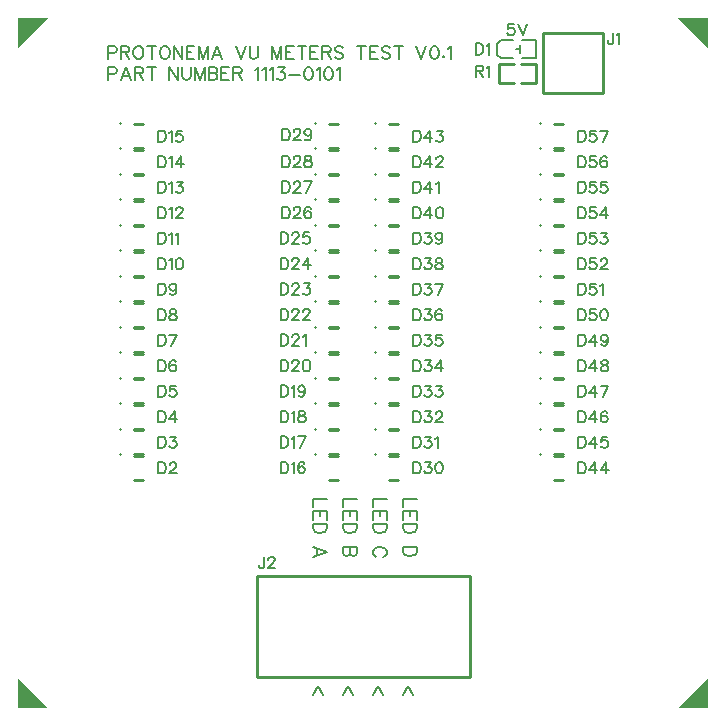
<source format=gto>
G04 Layer: TopSilkscreenLayer*
G04 EasyEDA v6.5.34, 2023-09-15 23:54:46*
G04 069993ef92384b94ac11e72f319acd54,5a6b42c53f6a479593ecc07194224c93,10*
G04 Gerber Generator version 0.2*
G04 Scale: 100 percent, Rotated: No, Reflected: No *
G04 Dimensions in millimeters *
G04 leading zeros omitted , absolute positions ,4 integer and 5 decimal *
%FSLAX45Y45*%
%MOMM*%

%ADD10C,0.1524*%
%ADD11C,0.2540*%
%ADD12C,0.1500*%

%LPD*%
D10*
X4194787Y5790417D02*
G01*
X4149321Y5790417D01*
X4144749Y5749523D01*
X4149321Y5754095D01*
X4162783Y5758667D01*
X4176499Y5758667D01*
X4190215Y5754095D01*
X4199359Y5744951D01*
X4203931Y5731489D01*
X4203931Y5722345D01*
X4199359Y5708629D01*
X4190215Y5699485D01*
X4176499Y5694913D01*
X4162783Y5694913D01*
X4149321Y5699485D01*
X4144749Y5704057D01*
X4140177Y5713201D01*
X4233903Y5790417D02*
G01*
X4270225Y5694913D01*
X4306547Y5790417D02*
G01*
X4270225Y5694913D01*
X5036555Y5714227D02*
G01*
X5036555Y5641583D01*
X5031983Y5627867D01*
X5027411Y5623295D01*
X5018267Y5618723D01*
X5009377Y5618723D01*
X5000233Y5623295D01*
X4995661Y5627867D01*
X4991089Y5641583D01*
X4991089Y5650727D01*
X5066527Y5696193D02*
G01*
X5075671Y5700765D01*
X5089387Y5714227D01*
X5089387Y5618723D01*
X761992Y5601759D02*
G01*
X761992Y5492539D01*
X761992Y5601759D02*
G01*
X808728Y5601759D01*
X824222Y5596425D01*
X829556Y5591345D01*
X834636Y5580931D01*
X834636Y5565437D01*
X829556Y5555023D01*
X824222Y5549689D01*
X808728Y5544609D01*
X761992Y5544609D01*
X868926Y5601759D02*
G01*
X868926Y5492539D01*
X868926Y5601759D02*
G01*
X915662Y5601759D01*
X931410Y5596425D01*
X936490Y5591345D01*
X941824Y5580931D01*
X941824Y5570517D01*
X936490Y5560103D01*
X931410Y5555023D01*
X915662Y5549689D01*
X868926Y5549689D01*
X905502Y5549689D02*
G01*
X941824Y5492539D01*
X1007102Y5601759D02*
G01*
X996942Y5596425D01*
X986528Y5586265D01*
X981194Y5575851D01*
X976114Y5560103D01*
X976114Y5534195D01*
X981194Y5518701D01*
X986528Y5508287D01*
X996942Y5497873D01*
X1007102Y5492539D01*
X1027930Y5492539D01*
X1038344Y5497873D01*
X1048758Y5508287D01*
X1054092Y5518701D01*
X1059172Y5534195D01*
X1059172Y5560103D01*
X1054092Y5575851D01*
X1048758Y5586265D01*
X1038344Y5596425D01*
X1027930Y5601759D01*
X1007102Y5601759D01*
X1129784Y5601759D02*
G01*
X1129784Y5492539D01*
X1093462Y5601759D02*
G01*
X1166106Y5601759D01*
X1231638Y5601759D02*
G01*
X1221224Y5596425D01*
X1210810Y5586265D01*
X1205730Y5575851D01*
X1200396Y5560103D01*
X1200396Y5534195D01*
X1205730Y5518701D01*
X1210810Y5508287D01*
X1221224Y5497873D01*
X1231638Y5492539D01*
X1252466Y5492539D01*
X1262880Y5497873D01*
X1273294Y5508287D01*
X1278374Y5518701D01*
X1283708Y5534195D01*
X1283708Y5560103D01*
X1278374Y5575851D01*
X1273294Y5586265D01*
X1262880Y5596425D01*
X1252466Y5601759D01*
X1231638Y5601759D01*
X1317998Y5601759D02*
G01*
X1317998Y5492539D01*
X1317998Y5601759D02*
G01*
X1390642Y5492539D01*
X1390642Y5601759D02*
G01*
X1390642Y5492539D01*
X1424932Y5601759D02*
G01*
X1424932Y5492539D01*
X1424932Y5601759D02*
G01*
X1492496Y5601759D01*
X1424932Y5549689D02*
G01*
X1466588Y5549689D01*
X1424932Y5492539D02*
G01*
X1492496Y5492539D01*
X1526786Y5601759D02*
G01*
X1526786Y5492539D01*
X1526786Y5601759D02*
G01*
X1568442Y5492539D01*
X1609844Y5601759D02*
G01*
X1568442Y5492539D01*
X1609844Y5601759D02*
G01*
X1609844Y5492539D01*
X1685790Y5601759D02*
G01*
X1644134Y5492539D01*
X1685790Y5601759D02*
G01*
X1727192Y5492539D01*
X1659882Y5529115D02*
G01*
X1711698Y5529115D01*
X1841492Y5601759D02*
G01*
X1883148Y5492539D01*
X1924804Y5601759D02*
G01*
X1883148Y5492539D01*
X1959094Y5601759D02*
G01*
X1959094Y5523781D01*
X1964174Y5508287D01*
X1974588Y5497873D01*
X1990082Y5492539D01*
X2000496Y5492539D01*
X2016244Y5497873D01*
X2026658Y5508287D01*
X2031738Y5523781D01*
X2031738Y5601759D01*
X2146038Y5601759D02*
G01*
X2146038Y5492539D01*
X2146038Y5601759D02*
G01*
X2187694Y5492539D01*
X2229096Y5601759D02*
G01*
X2187694Y5492539D01*
X2229096Y5601759D02*
G01*
X2229096Y5492539D01*
X2263386Y5601759D02*
G01*
X2263386Y5492539D01*
X2263386Y5601759D02*
G01*
X2330950Y5601759D01*
X2263386Y5549689D02*
G01*
X2305042Y5549689D01*
X2263386Y5492539D02*
G01*
X2330950Y5492539D01*
X2401562Y5601759D02*
G01*
X2401562Y5492539D01*
X2365240Y5601759D02*
G01*
X2438138Y5601759D01*
X2472428Y5601759D02*
G01*
X2472428Y5492539D01*
X2472428Y5601759D02*
G01*
X2539992Y5601759D01*
X2472428Y5549689D02*
G01*
X2513830Y5549689D01*
X2472428Y5492539D02*
G01*
X2539992Y5492539D01*
X2574282Y5601759D02*
G01*
X2574282Y5492539D01*
X2574282Y5601759D02*
G01*
X2621018Y5601759D01*
X2636512Y5596425D01*
X2641592Y5591345D01*
X2646926Y5580931D01*
X2646926Y5570517D01*
X2641592Y5560103D01*
X2636512Y5555023D01*
X2621018Y5549689D01*
X2574282Y5549689D01*
X2610604Y5549689D02*
G01*
X2646926Y5492539D01*
X2753860Y5586265D02*
G01*
X2743446Y5596425D01*
X2727952Y5601759D01*
X2707124Y5601759D01*
X2691630Y5596425D01*
X2681216Y5586265D01*
X2681216Y5575851D01*
X2686296Y5565437D01*
X2691630Y5560103D01*
X2702044Y5555023D01*
X2733032Y5544609D01*
X2743446Y5539275D01*
X2748780Y5534195D01*
X2753860Y5523781D01*
X2753860Y5508287D01*
X2743446Y5497873D01*
X2727952Y5492539D01*
X2707124Y5492539D01*
X2691630Y5497873D01*
X2681216Y5508287D01*
X2904482Y5601759D02*
G01*
X2904482Y5492539D01*
X2868160Y5601759D02*
G01*
X2941058Y5601759D01*
X2975348Y5601759D02*
G01*
X2975348Y5492539D01*
X2975348Y5601759D02*
G01*
X3042912Y5601759D01*
X2975348Y5549689D02*
G01*
X3016750Y5549689D01*
X2975348Y5492539D02*
G01*
X3042912Y5492539D01*
X3149846Y5586265D02*
G01*
X3139432Y5596425D01*
X3123938Y5601759D01*
X3103110Y5601759D01*
X3087362Y5596425D01*
X3077202Y5586265D01*
X3077202Y5575851D01*
X3082282Y5565437D01*
X3087362Y5560103D01*
X3097776Y5555023D01*
X3129018Y5544609D01*
X3139432Y5539275D01*
X3144512Y5534195D01*
X3149846Y5523781D01*
X3149846Y5508287D01*
X3139432Y5497873D01*
X3123938Y5492539D01*
X3103110Y5492539D01*
X3087362Y5497873D01*
X3077202Y5508287D01*
X3220458Y5601759D02*
G01*
X3220458Y5492539D01*
X3184136Y5601759D02*
G01*
X3256780Y5601759D01*
X3371080Y5601759D02*
G01*
X3412736Y5492539D01*
X3454392Y5601759D02*
G01*
X3412736Y5492539D01*
X3519670Y5601759D02*
G01*
X3504176Y5596425D01*
X3493762Y5580931D01*
X3488682Y5555023D01*
X3488682Y5539275D01*
X3493762Y5513367D01*
X3504176Y5497873D01*
X3519670Y5492539D01*
X3530084Y5492539D01*
X3545832Y5497873D01*
X3555992Y5513367D01*
X3561326Y5539275D01*
X3561326Y5555023D01*
X3555992Y5580931D01*
X3545832Y5596425D01*
X3530084Y5601759D01*
X3519670Y5601759D01*
X3600696Y5518701D02*
G01*
X3595616Y5513367D01*
X3600696Y5508287D01*
X3606030Y5513367D01*
X3600696Y5518701D01*
X3640320Y5580931D02*
G01*
X3650734Y5586265D01*
X3666228Y5601759D01*
X3666228Y5492539D01*
X761992Y5423959D02*
G01*
X761992Y5314739D01*
X761992Y5423959D02*
G01*
X808728Y5423959D01*
X824222Y5418625D01*
X829556Y5413545D01*
X834636Y5403131D01*
X834636Y5387637D01*
X829556Y5377223D01*
X824222Y5371889D01*
X808728Y5366809D01*
X761992Y5366809D01*
X910582Y5423959D02*
G01*
X868926Y5314739D01*
X910582Y5423959D02*
G01*
X952238Y5314739D01*
X884674Y5351315D02*
G01*
X936490Y5351315D01*
X986528Y5423959D02*
G01*
X986528Y5314739D01*
X986528Y5423959D02*
G01*
X1033264Y5423959D01*
X1048758Y5418625D01*
X1054092Y5413545D01*
X1059172Y5403131D01*
X1059172Y5392717D01*
X1054092Y5382303D01*
X1048758Y5377223D01*
X1033264Y5371889D01*
X986528Y5371889D01*
X1022850Y5371889D02*
G01*
X1059172Y5314739D01*
X1129784Y5423959D02*
G01*
X1129784Y5314739D01*
X1093462Y5423959D02*
G01*
X1166106Y5423959D01*
X1280406Y5423959D02*
G01*
X1280406Y5314739D01*
X1280406Y5423959D02*
G01*
X1353304Y5314739D01*
X1353304Y5423959D02*
G01*
X1353304Y5314739D01*
X1387594Y5423959D02*
G01*
X1387594Y5345981D01*
X1392674Y5330487D01*
X1403088Y5320073D01*
X1418582Y5314739D01*
X1428996Y5314739D01*
X1444744Y5320073D01*
X1455158Y5330487D01*
X1460238Y5345981D01*
X1460238Y5423959D01*
X1494528Y5423959D02*
G01*
X1494528Y5314739D01*
X1494528Y5423959D02*
G01*
X1536184Y5314739D01*
X1577586Y5423959D02*
G01*
X1536184Y5314739D01*
X1577586Y5423959D02*
G01*
X1577586Y5314739D01*
X1611876Y5423959D02*
G01*
X1611876Y5314739D01*
X1611876Y5423959D02*
G01*
X1658612Y5423959D01*
X1674360Y5418625D01*
X1679440Y5413545D01*
X1684774Y5403131D01*
X1684774Y5392717D01*
X1679440Y5382303D01*
X1674360Y5377223D01*
X1658612Y5371889D01*
X1611876Y5371889D02*
G01*
X1658612Y5371889D01*
X1674360Y5366809D01*
X1679440Y5361475D01*
X1684774Y5351315D01*
X1684774Y5335567D01*
X1679440Y5325153D01*
X1674360Y5320073D01*
X1658612Y5314739D01*
X1611876Y5314739D01*
X1719064Y5423959D02*
G01*
X1719064Y5314739D01*
X1719064Y5423959D02*
G01*
X1786628Y5423959D01*
X1719064Y5371889D02*
G01*
X1760466Y5371889D01*
X1719064Y5314739D02*
G01*
X1786628Y5314739D01*
X1820918Y5423959D02*
G01*
X1820918Y5314739D01*
X1820918Y5423959D02*
G01*
X1867654Y5423959D01*
X1883148Y5418625D01*
X1888482Y5413545D01*
X1893562Y5403131D01*
X1893562Y5392717D01*
X1888482Y5382303D01*
X1883148Y5377223D01*
X1867654Y5371889D01*
X1820918Y5371889D01*
X1857240Y5371889D02*
G01*
X1893562Y5314739D01*
X2007862Y5403131D02*
G01*
X2018276Y5408465D01*
X2033770Y5423959D01*
X2033770Y5314739D01*
X2068060Y5403131D02*
G01*
X2078474Y5408465D01*
X2094222Y5423959D01*
X2094222Y5314739D01*
X2128512Y5403131D02*
G01*
X2138672Y5408465D01*
X2154420Y5423959D01*
X2154420Y5314739D01*
X2199124Y5423959D02*
G01*
X2256274Y5423959D01*
X2225032Y5382303D01*
X2240526Y5382303D01*
X2250940Y5377223D01*
X2256274Y5371889D01*
X2261354Y5356395D01*
X2261354Y5345981D01*
X2256274Y5330487D01*
X2245860Y5320073D01*
X2230112Y5314739D01*
X2214618Y5314739D01*
X2199124Y5320073D01*
X2193790Y5325153D01*
X2188710Y5335567D01*
X2295644Y5361475D02*
G01*
X2389116Y5361475D01*
X2454648Y5423959D02*
G01*
X2439154Y5418625D01*
X2428740Y5403131D01*
X2423406Y5377223D01*
X2423406Y5361475D01*
X2428740Y5335567D01*
X2439154Y5320073D01*
X2454648Y5314739D01*
X2465062Y5314739D01*
X2480556Y5320073D01*
X2490970Y5335567D01*
X2496304Y5361475D01*
X2496304Y5377223D01*
X2490970Y5403131D01*
X2480556Y5418625D01*
X2465062Y5423959D01*
X2454648Y5423959D01*
X2530594Y5403131D02*
G01*
X2541008Y5408465D01*
X2556502Y5423959D01*
X2556502Y5314739D01*
X2622034Y5423959D02*
G01*
X2606286Y5418625D01*
X2595872Y5403131D01*
X2590792Y5377223D01*
X2590792Y5361475D01*
X2595872Y5335567D01*
X2606286Y5320073D01*
X2622034Y5314739D01*
X2632448Y5314739D01*
X2647942Y5320073D01*
X2658356Y5335567D01*
X2663436Y5361475D01*
X2663436Y5377223D01*
X2658356Y5403131D01*
X2647942Y5418625D01*
X2632448Y5423959D01*
X2622034Y5423959D01*
X2697726Y5403131D02*
G01*
X2708140Y5408465D01*
X2723888Y5423959D01*
X2723888Y5314739D01*
X3340955Y108602D02*
G01*
X3300061Y181500D01*
X3259167Y108602D01*
X3086955Y108602D02*
G01*
X3046061Y181500D01*
X3005167Y108602D01*
X2832955Y108602D02*
G01*
X2792061Y181500D01*
X2751167Y108602D01*
X2578955Y108602D02*
G01*
X2538061Y181500D01*
X2497167Y108602D01*
X2864406Y1765294D02*
G01*
X2749852Y1765294D01*
X2749852Y1765294D02*
G01*
X2749852Y1699762D01*
X2864406Y1663948D02*
G01*
X2749852Y1663948D01*
X2864406Y1663948D02*
G01*
X2864406Y1592828D01*
X2809796Y1663948D02*
G01*
X2809796Y1620260D01*
X2749852Y1663948D02*
G01*
X2749852Y1592828D01*
X2864406Y1557014D02*
G01*
X2749852Y1557014D01*
X2864406Y1557014D02*
G01*
X2864406Y1518660D01*
X2858818Y1502404D01*
X2847896Y1491482D01*
X2836974Y1486148D01*
X2820718Y1480560D01*
X2793286Y1480560D01*
X2777030Y1486148D01*
X2766108Y1491482D01*
X2755186Y1502404D01*
X2749852Y1518660D01*
X2749852Y1557014D01*
X2864406Y1360672D02*
G01*
X2749852Y1360672D01*
X2864406Y1360672D02*
G01*
X2864406Y1311396D01*
X2858818Y1295140D01*
X2853484Y1289552D01*
X2842562Y1284218D01*
X2831640Y1284218D01*
X2820718Y1289552D01*
X2815130Y1295140D01*
X2809796Y1311396D01*
X2809796Y1360672D02*
G01*
X2809796Y1311396D01*
X2804208Y1295140D01*
X2798874Y1289552D01*
X2787952Y1284218D01*
X2771442Y1284218D01*
X2760774Y1289552D01*
X2755186Y1295140D01*
X2749852Y1311396D01*
X2749852Y1360672D01*
X3118406Y1765294D02*
G01*
X3003852Y1765294D01*
X3003852Y1765294D02*
G01*
X3003852Y1699762D01*
X3118406Y1663948D02*
G01*
X3003852Y1663948D01*
X3118406Y1663948D02*
G01*
X3118406Y1592828D01*
X3063796Y1663948D02*
G01*
X3063796Y1620260D01*
X3003852Y1663948D02*
G01*
X3003852Y1592828D01*
X3118406Y1557014D02*
G01*
X3003852Y1557014D01*
X3118406Y1557014D02*
G01*
X3118406Y1518660D01*
X3112818Y1502404D01*
X3101896Y1491482D01*
X3090974Y1486148D01*
X3074718Y1480560D01*
X3047286Y1480560D01*
X3031030Y1486148D01*
X3020108Y1491482D01*
X3009186Y1502404D01*
X3003852Y1518660D01*
X3003852Y1557014D01*
X3090974Y1278630D02*
G01*
X3101896Y1284218D01*
X3112818Y1295140D01*
X3118406Y1306062D01*
X3118406Y1327906D01*
X3112818Y1338828D01*
X3101896Y1349750D01*
X3090974Y1355084D01*
X3074718Y1360672D01*
X3047286Y1360672D01*
X3031030Y1355084D01*
X3020108Y1349750D01*
X3009186Y1338828D01*
X3003852Y1327906D01*
X3003852Y1306062D01*
X3009186Y1295140D01*
X3020108Y1284218D01*
X3031030Y1278630D01*
X2610406Y1765294D02*
G01*
X2495852Y1765294D01*
X2495852Y1765294D02*
G01*
X2495852Y1699762D01*
X2610406Y1663948D02*
G01*
X2495852Y1663948D01*
X2610406Y1663948D02*
G01*
X2610406Y1592828D01*
X2555796Y1663948D02*
G01*
X2555796Y1620260D01*
X2495852Y1663948D02*
G01*
X2495852Y1592828D01*
X2610406Y1557014D02*
G01*
X2495852Y1557014D01*
X2610406Y1557014D02*
G01*
X2610406Y1518660D01*
X2604818Y1502404D01*
X2593896Y1491482D01*
X2582974Y1486148D01*
X2566718Y1480560D01*
X2539286Y1480560D01*
X2523030Y1486148D01*
X2512108Y1491482D01*
X2501186Y1502404D01*
X2495852Y1518660D01*
X2495852Y1557014D01*
X2610406Y1316984D02*
G01*
X2495852Y1360672D01*
X2610406Y1316984D02*
G01*
X2495852Y1273296D01*
X2533952Y1344162D02*
G01*
X2533952Y1289552D01*
X3372403Y1765294D02*
G01*
X3257849Y1765294D01*
X3257849Y1765294D02*
G01*
X3257849Y1699762D01*
X3372403Y1663948D02*
G01*
X3257849Y1663948D01*
X3372403Y1663948D02*
G01*
X3372403Y1592828D01*
X3317793Y1663948D02*
G01*
X3317793Y1620260D01*
X3257849Y1663948D02*
G01*
X3257849Y1592828D01*
X3372403Y1557014D02*
G01*
X3257849Y1557014D01*
X3372403Y1557014D02*
G01*
X3372403Y1518660D01*
X3366815Y1502404D01*
X3355893Y1491482D01*
X3344971Y1486148D01*
X3328715Y1480560D01*
X3301283Y1480560D01*
X3285027Y1486148D01*
X3274105Y1491482D01*
X3263183Y1502404D01*
X3257849Y1518660D01*
X3257849Y1557014D01*
X3372403Y1360672D02*
G01*
X3257849Y1360672D01*
X3372403Y1360672D02*
G01*
X3372403Y1322318D01*
X3366815Y1306062D01*
X3355893Y1295140D01*
X3344971Y1289552D01*
X3328715Y1284218D01*
X3301283Y1284218D01*
X3285027Y1289552D01*
X3274105Y1295140D01*
X3263183Y1306062D01*
X3257849Y1322318D01*
X3257849Y1360672D01*
X2082294Y1276464D02*
G01*
X2082294Y1203817D01*
X2077722Y1190101D01*
X2073150Y1185532D01*
X2064006Y1180957D01*
X2055116Y1180957D01*
X2045972Y1185532D01*
X2041400Y1190101D01*
X2036828Y1203817D01*
X2036828Y1212964D01*
X2116838Y1253855D02*
G01*
X2116838Y1258430D01*
X2121410Y1267317D01*
X2125982Y1271889D01*
X2135126Y1276464D01*
X2153160Y1276464D01*
X2162304Y1271889D01*
X2166876Y1267317D01*
X2171448Y1258430D01*
X2171448Y1249286D01*
X2166876Y1240139D01*
X2157732Y1226423D01*
X2112266Y1180957D01*
X2176020Y1180957D01*
X1185664Y2295441D02*
G01*
X1185664Y2199937D01*
X1185664Y2295441D02*
G01*
X1217414Y2295441D01*
X1231130Y2290869D01*
X1240274Y2281725D01*
X1244846Y2272581D01*
X1249418Y2258865D01*
X1249418Y2236259D01*
X1244846Y2222543D01*
X1240274Y2213399D01*
X1231130Y2204509D01*
X1217414Y2199937D01*
X1185664Y2199937D01*
X1288280Y2295441D02*
G01*
X1338318Y2295441D01*
X1311140Y2258865D01*
X1324856Y2258865D01*
X1333746Y2254547D01*
X1338318Y2249975D01*
X1342890Y2236259D01*
X1342890Y2227115D01*
X1338318Y2213399D01*
X1329428Y2204509D01*
X1315712Y2199937D01*
X1301996Y2199937D01*
X1288280Y2204509D01*
X1283962Y2209081D01*
X1279390Y2217971D01*
X1185664Y2511341D02*
G01*
X1185664Y2415837D01*
X1185664Y2511341D02*
G01*
X1217414Y2511341D01*
X1231130Y2506769D01*
X1240274Y2497625D01*
X1244846Y2488481D01*
X1249418Y2474765D01*
X1249418Y2452159D01*
X1244846Y2438443D01*
X1240274Y2429299D01*
X1231130Y2420409D01*
X1217414Y2415837D01*
X1185664Y2415837D01*
X1324856Y2511341D02*
G01*
X1279390Y2447587D01*
X1347462Y2447587D01*
X1324856Y2511341D02*
G01*
X1324856Y2415837D01*
X1185664Y2727241D02*
G01*
X1185664Y2631737D01*
X1185664Y2727241D02*
G01*
X1217414Y2727241D01*
X1231130Y2722669D01*
X1240274Y2713525D01*
X1244846Y2704381D01*
X1249418Y2690665D01*
X1249418Y2668059D01*
X1244846Y2654343D01*
X1240274Y2645199D01*
X1231130Y2636309D01*
X1217414Y2631737D01*
X1185664Y2631737D01*
X1333746Y2727241D02*
G01*
X1288280Y2727241D01*
X1283962Y2686347D01*
X1288280Y2690665D01*
X1301996Y2695237D01*
X1315712Y2695237D01*
X1329428Y2690665D01*
X1338318Y2681775D01*
X1342890Y2668059D01*
X1342890Y2658915D01*
X1338318Y2645199D01*
X1329428Y2636309D01*
X1315712Y2631737D01*
X1301996Y2631737D01*
X1288280Y2636309D01*
X1283962Y2640881D01*
X1279390Y2649771D01*
X1185664Y2943141D02*
G01*
X1185664Y2847637D01*
X1185664Y2943141D02*
G01*
X1217414Y2943141D01*
X1231130Y2938569D01*
X1240274Y2929425D01*
X1244846Y2920281D01*
X1249418Y2906565D01*
X1249418Y2883959D01*
X1244846Y2870243D01*
X1240274Y2861099D01*
X1231130Y2852209D01*
X1217414Y2847637D01*
X1185664Y2847637D01*
X1333746Y2929425D02*
G01*
X1329428Y2938569D01*
X1315712Y2943141D01*
X1306568Y2943141D01*
X1292852Y2938569D01*
X1283962Y2924853D01*
X1279390Y2902247D01*
X1279390Y2879387D01*
X1283962Y2861099D01*
X1292852Y2852209D01*
X1306568Y2847637D01*
X1311140Y2847637D01*
X1324856Y2852209D01*
X1333746Y2861099D01*
X1338318Y2874815D01*
X1338318Y2879387D01*
X1333746Y2893103D01*
X1324856Y2902247D01*
X1311140Y2906565D01*
X1306568Y2906565D01*
X1292852Y2902247D01*
X1283962Y2893103D01*
X1279390Y2879387D01*
X1185664Y3159041D02*
G01*
X1185664Y3063537D01*
X1185664Y3159041D02*
G01*
X1217414Y3159041D01*
X1231130Y3154469D01*
X1240274Y3145325D01*
X1244846Y3136181D01*
X1249418Y3122465D01*
X1249418Y3099859D01*
X1244846Y3086143D01*
X1240274Y3076999D01*
X1231130Y3068109D01*
X1217414Y3063537D01*
X1185664Y3063537D01*
X1342890Y3159041D02*
G01*
X1297424Y3063537D01*
X1279390Y3159041D02*
G01*
X1342890Y3159041D01*
X1185664Y3374941D02*
G01*
X1185664Y3279437D01*
X1185664Y3374941D02*
G01*
X1217414Y3374941D01*
X1231130Y3370369D01*
X1240274Y3361225D01*
X1244846Y3352081D01*
X1249418Y3338365D01*
X1249418Y3315759D01*
X1244846Y3302043D01*
X1240274Y3292899D01*
X1231130Y3284009D01*
X1217414Y3279437D01*
X1185664Y3279437D01*
X1301996Y3374941D02*
G01*
X1288280Y3370369D01*
X1283962Y3361225D01*
X1283962Y3352081D01*
X1288280Y3342937D01*
X1297424Y3338365D01*
X1315712Y3334047D01*
X1329428Y3329475D01*
X1338318Y3320331D01*
X1342890Y3311187D01*
X1342890Y3297471D01*
X1338318Y3288581D01*
X1333746Y3284009D01*
X1320284Y3279437D01*
X1301996Y3279437D01*
X1288280Y3284009D01*
X1283962Y3288581D01*
X1279390Y3297471D01*
X1279390Y3311187D01*
X1283962Y3320331D01*
X1292852Y3329475D01*
X1306568Y3334047D01*
X1324856Y3338365D01*
X1333746Y3342937D01*
X1338318Y3352081D01*
X1338318Y3361225D01*
X1333746Y3370369D01*
X1320284Y3374941D01*
X1301996Y3374941D01*
X1185664Y3590841D02*
G01*
X1185664Y3495337D01*
X1185664Y3590841D02*
G01*
X1217414Y3590841D01*
X1231130Y3586269D01*
X1240274Y3577125D01*
X1244846Y3567981D01*
X1249418Y3554265D01*
X1249418Y3531659D01*
X1244846Y3517943D01*
X1240274Y3508799D01*
X1231130Y3499909D01*
X1217414Y3495337D01*
X1185664Y3495337D01*
X1338318Y3558837D02*
G01*
X1333746Y3545375D01*
X1324856Y3536231D01*
X1311140Y3531659D01*
X1306568Y3531659D01*
X1292852Y3536231D01*
X1283962Y3545375D01*
X1279390Y3558837D01*
X1279390Y3563409D01*
X1283962Y3577125D01*
X1292852Y3586269D01*
X1306568Y3590841D01*
X1311140Y3590841D01*
X1324856Y3586269D01*
X1333746Y3577125D01*
X1338318Y3558837D01*
X1338318Y3536231D01*
X1333746Y3513371D01*
X1324856Y3499909D01*
X1311140Y3495337D01*
X1301996Y3495337D01*
X1288280Y3499909D01*
X1283962Y3508799D01*
X1185664Y3806741D02*
G01*
X1185664Y3711237D01*
X1185664Y3806741D02*
G01*
X1217414Y3806741D01*
X1231130Y3802169D01*
X1240274Y3793025D01*
X1244846Y3783881D01*
X1249418Y3770165D01*
X1249418Y3747559D01*
X1244846Y3733843D01*
X1240274Y3724699D01*
X1231130Y3715809D01*
X1217414Y3711237D01*
X1185664Y3711237D01*
X1279390Y3788453D02*
G01*
X1288280Y3793025D01*
X1301996Y3806741D01*
X1301996Y3711237D01*
X1359400Y3806741D02*
G01*
X1345684Y3802169D01*
X1336540Y3788453D01*
X1331968Y3765847D01*
X1331968Y3752131D01*
X1336540Y3729271D01*
X1345684Y3715809D01*
X1359400Y3711237D01*
X1368290Y3711237D01*
X1382006Y3715809D01*
X1391150Y3729271D01*
X1395722Y3752131D01*
X1395722Y3765847D01*
X1391150Y3788453D01*
X1382006Y3802169D01*
X1368290Y3806741D01*
X1359400Y3806741D01*
X1185664Y4022641D02*
G01*
X1185664Y3927137D01*
X1185664Y4022641D02*
G01*
X1217414Y4022641D01*
X1231130Y4018069D01*
X1240274Y4008925D01*
X1244846Y3999781D01*
X1249418Y3986065D01*
X1249418Y3963459D01*
X1244846Y3949743D01*
X1240274Y3940599D01*
X1231130Y3931709D01*
X1217414Y3927137D01*
X1185664Y3927137D01*
X1279390Y4004353D02*
G01*
X1288280Y4008925D01*
X1301996Y4022641D01*
X1301996Y3927137D01*
X1331968Y4004353D02*
G01*
X1341112Y4008925D01*
X1354828Y4022641D01*
X1354828Y3927137D01*
X1185664Y4238541D02*
G01*
X1185664Y4143037D01*
X1185664Y4238541D02*
G01*
X1217414Y4238541D01*
X1231130Y4233969D01*
X1240274Y4224825D01*
X1244846Y4215681D01*
X1249418Y4201965D01*
X1249418Y4179359D01*
X1244846Y4165643D01*
X1240274Y4156499D01*
X1231130Y4147609D01*
X1217414Y4143037D01*
X1185664Y4143037D01*
X1279390Y4220253D02*
G01*
X1288280Y4224825D01*
X1301996Y4238541D01*
X1301996Y4143037D01*
X1336540Y4215681D02*
G01*
X1336540Y4220253D01*
X1341112Y4229397D01*
X1345684Y4233969D01*
X1354828Y4238541D01*
X1372862Y4238541D01*
X1382006Y4233969D01*
X1386578Y4229397D01*
X1391150Y4220253D01*
X1391150Y4211109D01*
X1386578Y4201965D01*
X1377434Y4188503D01*
X1331968Y4143037D01*
X1395722Y4143037D01*
X1185664Y4454441D02*
G01*
X1185664Y4358937D01*
X1185664Y4454441D02*
G01*
X1217414Y4454441D01*
X1231130Y4449869D01*
X1240274Y4440725D01*
X1244846Y4431581D01*
X1249418Y4417865D01*
X1249418Y4395259D01*
X1244846Y4381543D01*
X1240274Y4372399D01*
X1231130Y4363509D01*
X1217414Y4358937D01*
X1185664Y4358937D01*
X1279390Y4436153D02*
G01*
X1288280Y4440725D01*
X1301996Y4454441D01*
X1301996Y4358937D01*
X1341112Y4454441D02*
G01*
X1391150Y4454441D01*
X1363972Y4417865D01*
X1377434Y4417865D01*
X1386578Y4413547D01*
X1391150Y4408975D01*
X1395722Y4395259D01*
X1395722Y4386115D01*
X1391150Y4372399D01*
X1382006Y4363509D01*
X1368290Y4358937D01*
X1354828Y4358937D01*
X1341112Y4363509D01*
X1336540Y4368081D01*
X1331968Y4376971D01*
X1185664Y4670341D02*
G01*
X1185664Y4574837D01*
X1185664Y4670341D02*
G01*
X1217414Y4670341D01*
X1231130Y4665769D01*
X1240274Y4656625D01*
X1244846Y4647481D01*
X1249418Y4633765D01*
X1249418Y4611159D01*
X1244846Y4597443D01*
X1240274Y4588299D01*
X1231130Y4579409D01*
X1217414Y4574837D01*
X1185664Y4574837D01*
X1279390Y4652053D02*
G01*
X1288280Y4656625D01*
X1301996Y4670341D01*
X1301996Y4574837D01*
X1377434Y4670341D02*
G01*
X1331968Y4606587D01*
X1400294Y4606587D01*
X1377434Y4670341D02*
G01*
X1377434Y4574837D01*
X1185664Y4886241D02*
G01*
X1185664Y4790737D01*
X1185664Y4886241D02*
G01*
X1217414Y4886241D01*
X1231130Y4881669D01*
X1240274Y4872525D01*
X1244846Y4863381D01*
X1249418Y4849665D01*
X1249418Y4827059D01*
X1244846Y4813343D01*
X1240274Y4804199D01*
X1231130Y4795309D01*
X1217414Y4790737D01*
X1185664Y4790737D01*
X1279390Y4867953D02*
G01*
X1288280Y4872525D01*
X1301996Y4886241D01*
X1301996Y4790737D01*
X1386578Y4886241D02*
G01*
X1341112Y4886241D01*
X1336540Y4845093D01*
X1341112Y4849665D01*
X1354828Y4854237D01*
X1368290Y4854237D01*
X1382006Y4849665D01*
X1391150Y4840775D01*
X1395722Y4827059D01*
X1395722Y4817915D01*
X1391150Y4804199D01*
X1382006Y4795309D01*
X1368290Y4790737D01*
X1354828Y4790737D01*
X1341112Y4795309D01*
X1336540Y4799881D01*
X1331968Y4808771D01*
X2235192Y4901481D02*
G01*
X2235192Y4805977D01*
X2235192Y4901481D02*
G01*
X2266942Y4901481D01*
X2280658Y4896909D01*
X2289802Y4887765D01*
X2294374Y4878875D01*
X2298946Y4865159D01*
X2298946Y4842299D01*
X2294374Y4828837D01*
X2289802Y4819693D01*
X2280658Y4810549D01*
X2266942Y4805977D01*
X2235192Y4805977D01*
X2333490Y4878875D02*
G01*
X2333490Y4883193D01*
X2337808Y4892337D01*
X2342380Y4896909D01*
X2351524Y4901481D01*
X2369812Y4901481D01*
X2378956Y4896909D01*
X2383274Y4892337D01*
X2387846Y4883193D01*
X2387846Y4874303D01*
X2383274Y4865159D01*
X2374384Y4851443D01*
X2328918Y4805977D01*
X2392418Y4805977D01*
X2481572Y4869731D02*
G01*
X2477000Y4856015D01*
X2467856Y4846871D01*
X2454394Y4842299D01*
X2449822Y4842299D01*
X2436106Y4846871D01*
X2426962Y4856015D01*
X2422390Y4869731D01*
X2422390Y4874303D01*
X2426962Y4887765D01*
X2436106Y4896909D01*
X2449822Y4901481D01*
X2454394Y4901481D01*
X2467856Y4896909D01*
X2477000Y4887765D01*
X2481572Y4869731D01*
X2481572Y4846871D01*
X2477000Y4824265D01*
X2467856Y4810549D01*
X2454394Y4805977D01*
X2445250Y4805977D01*
X2431534Y4810549D01*
X2426962Y4819693D01*
X2235192Y4672881D02*
G01*
X2235192Y4577377D01*
X2235192Y4672881D02*
G01*
X2266942Y4672881D01*
X2280658Y4668309D01*
X2289802Y4659165D01*
X2294374Y4650275D01*
X2298946Y4636559D01*
X2298946Y4613699D01*
X2294374Y4600237D01*
X2289802Y4591093D01*
X2280658Y4581949D01*
X2266942Y4577377D01*
X2235192Y4577377D01*
X2333490Y4650275D02*
G01*
X2333490Y4654593D01*
X2337808Y4663737D01*
X2342380Y4668309D01*
X2351524Y4672881D01*
X2369812Y4672881D01*
X2378956Y4668309D01*
X2383274Y4663737D01*
X2387846Y4654593D01*
X2387846Y4645703D01*
X2383274Y4636559D01*
X2374384Y4622843D01*
X2328918Y4577377D01*
X2392418Y4577377D01*
X2445250Y4672881D02*
G01*
X2431534Y4668309D01*
X2426962Y4659165D01*
X2426962Y4650275D01*
X2431534Y4641131D01*
X2440678Y4636559D01*
X2458712Y4631987D01*
X2472428Y4627415D01*
X2481572Y4618271D01*
X2486144Y4609381D01*
X2486144Y4595665D01*
X2481572Y4586521D01*
X2477000Y4581949D01*
X2463284Y4577377D01*
X2445250Y4577377D01*
X2431534Y4581949D01*
X2426962Y4586521D01*
X2422390Y4595665D01*
X2422390Y4609381D01*
X2426962Y4618271D01*
X2436106Y4627415D01*
X2449822Y4631987D01*
X2467856Y4636559D01*
X2477000Y4641131D01*
X2481572Y4650275D01*
X2481572Y4659165D01*
X2477000Y4668309D01*
X2463284Y4672881D01*
X2445250Y4672881D01*
X2235192Y4456981D02*
G01*
X2235192Y4361477D01*
X2235192Y4456981D02*
G01*
X2266942Y4456981D01*
X2280658Y4452409D01*
X2289802Y4443265D01*
X2294374Y4434375D01*
X2298946Y4420659D01*
X2298946Y4397799D01*
X2294374Y4384337D01*
X2289802Y4375193D01*
X2280658Y4366049D01*
X2266942Y4361477D01*
X2235192Y4361477D01*
X2333490Y4434375D02*
G01*
X2333490Y4438693D01*
X2337808Y4447837D01*
X2342380Y4452409D01*
X2351524Y4456981D01*
X2369812Y4456981D01*
X2378956Y4452409D01*
X2383274Y4447837D01*
X2387846Y4438693D01*
X2387846Y4429803D01*
X2383274Y4420659D01*
X2374384Y4406943D01*
X2328918Y4361477D01*
X2392418Y4361477D01*
X2486144Y4456981D02*
G01*
X2440678Y4361477D01*
X2422390Y4456981D02*
G01*
X2486144Y4456981D01*
X2235192Y4241081D02*
G01*
X2235192Y4145577D01*
X2235192Y4241081D02*
G01*
X2266942Y4241081D01*
X2280658Y4236509D01*
X2289802Y4227365D01*
X2294374Y4218475D01*
X2298946Y4204759D01*
X2298946Y4181899D01*
X2294374Y4168437D01*
X2289802Y4159293D01*
X2280658Y4150149D01*
X2266942Y4145577D01*
X2235192Y4145577D01*
X2333490Y4218475D02*
G01*
X2333490Y4222793D01*
X2337808Y4231937D01*
X2342380Y4236509D01*
X2351524Y4241081D01*
X2369812Y4241081D01*
X2378956Y4236509D01*
X2383274Y4231937D01*
X2387846Y4222793D01*
X2387846Y4213903D01*
X2383274Y4204759D01*
X2374384Y4191043D01*
X2328918Y4145577D01*
X2392418Y4145577D01*
X2477000Y4227365D02*
G01*
X2472428Y4236509D01*
X2458712Y4241081D01*
X2449822Y4241081D01*
X2436106Y4236509D01*
X2426962Y4222793D01*
X2422390Y4200187D01*
X2422390Y4177581D01*
X2426962Y4159293D01*
X2436106Y4150149D01*
X2449822Y4145577D01*
X2454394Y4145577D01*
X2467856Y4150149D01*
X2477000Y4159293D01*
X2481572Y4173009D01*
X2481572Y4177581D01*
X2477000Y4191043D01*
X2467856Y4200187D01*
X2454394Y4204759D01*
X2449822Y4204759D01*
X2436106Y4200187D01*
X2426962Y4191043D01*
X2422390Y4177581D01*
X2222492Y4025181D02*
G01*
X2222492Y3929677D01*
X2222492Y4025181D02*
G01*
X2254242Y4025181D01*
X2267958Y4020609D01*
X2277102Y4011465D01*
X2281674Y4002575D01*
X2286246Y3988859D01*
X2286246Y3965999D01*
X2281674Y3952537D01*
X2277102Y3943393D01*
X2267958Y3934249D01*
X2254242Y3929677D01*
X2222492Y3929677D01*
X2320790Y4002575D02*
G01*
X2320790Y4006893D01*
X2325108Y4016037D01*
X2329680Y4020609D01*
X2338824Y4025181D01*
X2357112Y4025181D01*
X2366256Y4020609D01*
X2370574Y4016037D01*
X2375146Y4006893D01*
X2375146Y3998003D01*
X2370574Y3988859D01*
X2361684Y3975143D01*
X2316218Y3929677D01*
X2379718Y3929677D01*
X2464300Y4025181D02*
G01*
X2418834Y4025181D01*
X2414262Y3984287D01*
X2418834Y3988859D01*
X2432550Y3993431D01*
X2446012Y3993431D01*
X2459728Y3988859D01*
X2468872Y3979715D01*
X2473444Y3965999D01*
X2473444Y3957109D01*
X2468872Y3943393D01*
X2459728Y3934249D01*
X2446012Y3929677D01*
X2432550Y3929677D01*
X2418834Y3934249D01*
X2414262Y3938821D01*
X2409690Y3947965D01*
X2222492Y3809281D02*
G01*
X2222492Y3713777D01*
X2222492Y3809281D02*
G01*
X2254242Y3809281D01*
X2267958Y3804709D01*
X2277102Y3795565D01*
X2281674Y3786675D01*
X2286246Y3772959D01*
X2286246Y3750099D01*
X2281674Y3736637D01*
X2277102Y3727493D01*
X2267958Y3718349D01*
X2254242Y3713777D01*
X2222492Y3713777D01*
X2320790Y3786675D02*
G01*
X2320790Y3790993D01*
X2325108Y3800137D01*
X2329680Y3804709D01*
X2338824Y3809281D01*
X2357112Y3809281D01*
X2366256Y3804709D01*
X2370574Y3800137D01*
X2375146Y3790993D01*
X2375146Y3782103D01*
X2370574Y3772959D01*
X2361684Y3759243D01*
X2316218Y3713777D01*
X2379718Y3713777D01*
X2455156Y3809281D02*
G01*
X2409690Y3745781D01*
X2478016Y3745781D01*
X2455156Y3809281D02*
G01*
X2455156Y3713777D01*
X2222492Y3593381D02*
G01*
X2222492Y3497877D01*
X2222492Y3593381D02*
G01*
X2254242Y3593381D01*
X2267958Y3588809D01*
X2277102Y3579665D01*
X2281674Y3570775D01*
X2286246Y3557059D01*
X2286246Y3534199D01*
X2281674Y3520737D01*
X2277102Y3511593D01*
X2267958Y3502449D01*
X2254242Y3497877D01*
X2222492Y3497877D01*
X2320790Y3570775D02*
G01*
X2320790Y3575093D01*
X2325108Y3584237D01*
X2329680Y3588809D01*
X2338824Y3593381D01*
X2357112Y3593381D01*
X2366256Y3588809D01*
X2370574Y3584237D01*
X2375146Y3575093D01*
X2375146Y3566203D01*
X2370574Y3557059D01*
X2361684Y3543343D01*
X2316218Y3497877D01*
X2379718Y3497877D01*
X2418834Y3593381D02*
G01*
X2468872Y3593381D01*
X2441694Y3557059D01*
X2455156Y3557059D01*
X2464300Y3552487D01*
X2468872Y3547915D01*
X2473444Y3534199D01*
X2473444Y3525309D01*
X2468872Y3511593D01*
X2459728Y3502449D01*
X2446012Y3497877D01*
X2432550Y3497877D01*
X2418834Y3502449D01*
X2414262Y3507021D01*
X2409690Y3516165D01*
X2222492Y3377481D02*
G01*
X2222492Y3281977D01*
X2222492Y3377481D02*
G01*
X2254242Y3377481D01*
X2267958Y3372909D01*
X2277102Y3363765D01*
X2281674Y3354875D01*
X2286246Y3341159D01*
X2286246Y3318299D01*
X2281674Y3304837D01*
X2277102Y3295693D01*
X2267958Y3286549D01*
X2254242Y3281977D01*
X2222492Y3281977D01*
X2320790Y3354875D02*
G01*
X2320790Y3359193D01*
X2325108Y3368337D01*
X2329680Y3372909D01*
X2338824Y3377481D01*
X2357112Y3377481D01*
X2366256Y3372909D01*
X2370574Y3368337D01*
X2375146Y3359193D01*
X2375146Y3350303D01*
X2370574Y3341159D01*
X2361684Y3327443D01*
X2316218Y3281977D01*
X2379718Y3281977D01*
X2414262Y3354875D02*
G01*
X2414262Y3359193D01*
X2418834Y3368337D01*
X2423406Y3372909D01*
X2432550Y3377481D01*
X2450584Y3377481D01*
X2459728Y3372909D01*
X2464300Y3368337D01*
X2468872Y3359193D01*
X2468872Y3350303D01*
X2464300Y3341159D01*
X2455156Y3327443D01*
X2409690Y3281977D01*
X2473444Y3281977D01*
X2222492Y3161581D02*
G01*
X2222492Y3066077D01*
X2222492Y3161581D02*
G01*
X2254242Y3161581D01*
X2267958Y3157009D01*
X2277102Y3147865D01*
X2281674Y3138975D01*
X2286246Y3125259D01*
X2286246Y3102399D01*
X2281674Y3088937D01*
X2277102Y3079793D01*
X2267958Y3070649D01*
X2254242Y3066077D01*
X2222492Y3066077D01*
X2320790Y3138975D02*
G01*
X2320790Y3143293D01*
X2325108Y3152437D01*
X2329680Y3157009D01*
X2338824Y3161581D01*
X2357112Y3161581D01*
X2366256Y3157009D01*
X2370574Y3152437D01*
X2375146Y3143293D01*
X2375146Y3134403D01*
X2370574Y3125259D01*
X2361684Y3111543D01*
X2316218Y3066077D01*
X2379718Y3066077D01*
X2409690Y3143293D02*
G01*
X2418834Y3147865D01*
X2432550Y3161581D01*
X2432550Y3066077D01*
X2222492Y2945681D02*
G01*
X2222492Y2850177D01*
X2222492Y2945681D02*
G01*
X2254242Y2945681D01*
X2267958Y2941109D01*
X2277102Y2931965D01*
X2281674Y2923075D01*
X2286246Y2909359D01*
X2286246Y2886499D01*
X2281674Y2873037D01*
X2277102Y2863893D01*
X2267958Y2854749D01*
X2254242Y2850177D01*
X2222492Y2850177D01*
X2320790Y2923075D02*
G01*
X2320790Y2927647D01*
X2325108Y2936537D01*
X2329680Y2941109D01*
X2338824Y2945681D01*
X2357112Y2945681D01*
X2366256Y2941109D01*
X2370574Y2936537D01*
X2375146Y2927647D01*
X2375146Y2918503D01*
X2370574Y2909359D01*
X2361684Y2895643D01*
X2316218Y2850177D01*
X2379718Y2850177D01*
X2437122Y2945681D02*
G01*
X2423406Y2941109D01*
X2414262Y2927647D01*
X2409690Y2904787D01*
X2409690Y2891071D01*
X2414262Y2868465D01*
X2423406Y2854749D01*
X2437122Y2850177D01*
X2446012Y2850177D01*
X2459728Y2854749D01*
X2468872Y2868465D01*
X2473444Y2891071D01*
X2473444Y2904787D01*
X2468872Y2927647D01*
X2459728Y2941109D01*
X2446012Y2945681D01*
X2437122Y2945681D01*
X2222492Y2729781D02*
G01*
X2222492Y2634277D01*
X2222492Y2729781D02*
G01*
X2254242Y2729781D01*
X2267958Y2725209D01*
X2277102Y2716065D01*
X2281674Y2707175D01*
X2286246Y2693459D01*
X2286246Y2670599D01*
X2281674Y2657137D01*
X2277102Y2647993D01*
X2267958Y2638849D01*
X2254242Y2634277D01*
X2222492Y2634277D01*
X2316218Y2711747D02*
G01*
X2325108Y2716065D01*
X2338824Y2729781D01*
X2338824Y2634277D01*
X2427978Y2698031D02*
G01*
X2423406Y2684315D01*
X2414262Y2675171D01*
X2400800Y2670599D01*
X2396228Y2670599D01*
X2382512Y2675171D01*
X2373368Y2684315D01*
X2368796Y2698031D01*
X2368796Y2702603D01*
X2373368Y2716065D01*
X2382512Y2725209D01*
X2396228Y2729781D01*
X2400800Y2729781D01*
X2414262Y2725209D01*
X2423406Y2716065D01*
X2427978Y2698031D01*
X2427978Y2675171D01*
X2423406Y2652565D01*
X2414262Y2638849D01*
X2400800Y2634277D01*
X2391656Y2634277D01*
X2377940Y2638849D01*
X2373368Y2647993D01*
X2222492Y2513881D02*
G01*
X2222492Y2418377D01*
X2222492Y2513881D02*
G01*
X2254242Y2513881D01*
X2267958Y2509309D01*
X2277102Y2500165D01*
X2281674Y2491275D01*
X2286246Y2477559D01*
X2286246Y2454699D01*
X2281674Y2441237D01*
X2277102Y2432093D01*
X2267958Y2422949D01*
X2254242Y2418377D01*
X2222492Y2418377D01*
X2316218Y2495847D02*
G01*
X2325108Y2500165D01*
X2338824Y2513881D01*
X2338824Y2418377D01*
X2391656Y2513881D02*
G01*
X2377940Y2509309D01*
X2373368Y2500165D01*
X2373368Y2491275D01*
X2377940Y2482131D01*
X2387084Y2477559D01*
X2405118Y2472987D01*
X2418834Y2468415D01*
X2427978Y2459271D01*
X2432550Y2450381D01*
X2432550Y2436665D01*
X2427978Y2427521D01*
X2423406Y2422949D01*
X2409690Y2418377D01*
X2391656Y2418377D01*
X2377940Y2422949D01*
X2373368Y2427521D01*
X2368796Y2436665D01*
X2368796Y2450381D01*
X2373368Y2459271D01*
X2382512Y2468415D01*
X2396228Y2472987D01*
X2414262Y2477559D01*
X2423406Y2482131D01*
X2427978Y2491275D01*
X2427978Y2500165D01*
X2423406Y2509309D01*
X2409690Y2513881D01*
X2391656Y2513881D01*
X2222492Y2297981D02*
G01*
X2222492Y2202477D01*
X2222492Y2297981D02*
G01*
X2254242Y2297981D01*
X2267958Y2293409D01*
X2277102Y2284265D01*
X2281674Y2275375D01*
X2286246Y2261659D01*
X2286246Y2238799D01*
X2281674Y2225337D01*
X2277102Y2216193D01*
X2267958Y2207049D01*
X2254242Y2202477D01*
X2222492Y2202477D01*
X2316218Y2279947D02*
G01*
X2325108Y2284265D01*
X2338824Y2297981D01*
X2338824Y2202477D01*
X2432550Y2297981D02*
G01*
X2387084Y2202477D01*
X2368796Y2297981D02*
G01*
X2432550Y2297981D01*
X2222492Y2082081D02*
G01*
X2222492Y1986577D01*
X2222492Y2082081D02*
G01*
X2254242Y2082081D01*
X2267958Y2077509D01*
X2277102Y2068365D01*
X2281674Y2059475D01*
X2286246Y2045759D01*
X2286246Y2022899D01*
X2281674Y2009437D01*
X2277102Y2000293D01*
X2267958Y1991149D01*
X2254242Y1986577D01*
X2222492Y1986577D01*
X2316218Y2064047D02*
G01*
X2325108Y2068365D01*
X2338824Y2082081D01*
X2338824Y1986577D01*
X2423406Y2068365D02*
G01*
X2418834Y2077509D01*
X2405118Y2082081D01*
X2396228Y2082081D01*
X2382512Y2077509D01*
X2373368Y2064047D01*
X2368796Y2041187D01*
X2368796Y2018581D01*
X2373368Y2000293D01*
X2382512Y1991149D01*
X2396228Y1986577D01*
X2400800Y1986577D01*
X2414262Y1991149D01*
X2423406Y2000293D01*
X2427978Y2014009D01*
X2427978Y2018581D01*
X2423406Y2032043D01*
X2414262Y2041187D01*
X2400800Y2045759D01*
X2396228Y2045759D01*
X2382512Y2041187D01*
X2373368Y2032043D01*
X2368796Y2018581D01*
X3344664Y4886241D02*
G01*
X3344664Y4790737D01*
X3344664Y4886241D02*
G01*
X3376414Y4886241D01*
X3390130Y4881669D01*
X3399274Y4872525D01*
X3403846Y4863381D01*
X3408418Y4849665D01*
X3408418Y4827059D01*
X3403846Y4813343D01*
X3399274Y4804199D01*
X3390130Y4795309D01*
X3376414Y4790737D01*
X3344664Y4790737D01*
X3483856Y4886241D02*
G01*
X3438390Y4822487D01*
X3506462Y4822487D01*
X3483856Y4886241D02*
G01*
X3483856Y4790737D01*
X3545578Y4886241D02*
G01*
X3595616Y4886241D01*
X3568184Y4849665D01*
X3581900Y4849665D01*
X3591044Y4845093D01*
X3595616Y4840775D01*
X3600188Y4827059D01*
X3600188Y4817915D01*
X3595616Y4804199D01*
X3586472Y4795309D01*
X3572756Y4790737D01*
X3559294Y4790737D01*
X3545578Y4795309D01*
X3541006Y4799881D01*
X3536434Y4808771D01*
X3344664Y4670341D02*
G01*
X3344664Y4574837D01*
X3344664Y4670341D02*
G01*
X3376414Y4670341D01*
X3390130Y4665769D01*
X3399274Y4656625D01*
X3403846Y4647481D01*
X3408418Y4633765D01*
X3408418Y4611159D01*
X3403846Y4597443D01*
X3399274Y4588299D01*
X3390130Y4579409D01*
X3376414Y4574837D01*
X3344664Y4574837D01*
X3483856Y4670341D02*
G01*
X3438390Y4606587D01*
X3506462Y4606587D01*
X3483856Y4670341D02*
G01*
X3483856Y4574837D01*
X3541006Y4647481D02*
G01*
X3541006Y4652053D01*
X3545578Y4661197D01*
X3550150Y4665769D01*
X3559294Y4670341D01*
X3577328Y4670341D01*
X3586472Y4665769D01*
X3591044Y4661197D01*
X3595616Y4652053D01*
X3595616Y4642909D01*
X3591044Y4633765D01*
X3581900Y4620303D01*
X3536434Y4574837D01*
X3600188Y4574837D01*
X3344664Y4454441D02*
G01*
X3344664Y4358937D01*
X3344664Y4454441D02*
G01*
X3376414Y4454441D01*
X3390130Y4449869D01*
X3399274Y4440725D01*
X3403846Y4431581D01*
X3408418Y4417865D01*
X3408418Y4395259D01*
X3403846Y4381543D01*
X3399274Y4372399D01*
X3390130Y4363509D01*
X3376414Y4358937D01*
X3344664Y4358937D01*
X3483856Y4454441D02*
G01*
X3438390Y4390687D01*
X3506462Y4390687D01*
X3483856Y4454441D02*
G01*
X3483856Y4358937D01*
X3536434Y4436153D02*
G01*
X3545578Y4440725D01*
X3559294Y4454441D01*
X3559294Y4358937D01*
X3344664Y4238541D02*
G01*
X3344664Y4143037D01*
X3344664Y4238541D02*
G01*
X3376414Y4238541D01*
X3390130Y4233969D01*
X3399274Y4224825D01*
X3403846Y4215681D01*
X3408418Y4201965D01*
X3408418Y4179359D01*
X3403846Y4165643D01*
X3399274Y4156499D01*
X3390130Y4147609D01*
X3376414Y4143037D01*
X3344664Y4143037D01*
X3483856Y4238541D02*
G01*
X3438390Y4174787D01*
X3506462Y4174787D01*
X3483856Y4238541D02*
G01*
X3483856Y4143037D01*
X3563866Y4238541D02*
G01*
X3550150Y4233969D01*
X3541006Y4220253D01*
X3536434Y4197647D01*
X3536434Y4183931D01*
X3541006Y4161071D01*
X3550150Y4147609D01*
X3563866Y4143037D01*
X3572756Y4143037D01*
X3586472Y4147609D01*
X3595616Y4161071D01*
X3600188Y4183931D01*
X3600188Y4197647D01*
X3595616Y4220253D01*
X3586472Y4233969D01*
X3572756Y4238541D01*
X3563866Y4238541D01*
X3344664Y4022641D02*
G01*
X3344664Y3927137D01*
X3344664Y4022641D02*
G01*
X3376414Y4022641D01*
X3390130Y4018069D01*
X3399274Y4008925D01*
X3403846Y3999781D01*
X3408418Y3986065D01*
X3408418Y3963459D01*
X3403846Y3949743D01*
X3399274Y3940599D01*
X3390130Y3931709D01*
X3376414Y3927137D01*
X3344664Y3927137D01*
X3447280Y4022641D02*
G01*
X3497318Y4022641D01*
X3470140Y3986065D01*
X3483856Y3986065D01*
X3492746Y3981747D01*
X3497318Y3977175D01*
X3501890Y3963459D01*
X3501890Y3954315D01*
X3497318Y3940599D01*
X3488174Y3931709D01*
X3474712Y3927137D01*
X3460996Y3927137D01*
X3447280Y3931709D01*
X3442962Y3936281D01*
X3438390Y3945171D01*
X3591044Y3990637D02*
G01*
X3586472Y3977175D01*
X3577328Y3968031D01*
X3563866Y3963459D01*
X3559294Y3963459D01*
X3545578Y3968031D01*
X3536434Y3977175D01*
X3531862Y3990637D01*
X3531862Y3995209D01*
X3536434Y4008925D01*
X3545578Y4018069D01*
X3559294Y4022641D01*
X3563866Y4022641D01*
X3577328Y4018069D01*
X3586472Y4008925D01*
X3591044Y3990637D01*
X3591044Y3968031D01*
X3586472Y3945171D01*
X3577328Y3931709D01*
X3563866Y3927137D01*
X3554722Y3927137D01*
X3541006Y3931709D01*
X3536434Y3940599D01*
X3344664Y3806741D02*
G01*
X3344664Y3711237D01*
X3344664Y3806741D02*
G01*
X3376414Y3806741D01*
X3390130Y3802169D01*
X3399274Y3793025D01*
X3403846Y3783881D01*
X3408418Y3770165D01*
X3408418Y3747559D01*
X3403846Y3733843D01*
X3399274Y3724699D01*
X3390130Y3715809D01*
X3376414Y3711237D01*
X3344664Y3711237D01*
X3447280Y3806741D02*
G01*
X3497318Y3806741D01*
X3470140Y3770165D01*
X3483856Y3770165D01*
X3492746Y3765847D01*
X3497318Y3761275D01*
X3501890Y3747559D01*
X3501890Y3738415D01*
X3497318Y3724699D01*
X3488174Y3715809D01*
X3474712Y3711237D01*
X3460996Y3711237D01*
X3447280Y3715809D01*
X3442962Y3720381D01*
X3438390Y3729271D01*
X3554722Y3806741D02*
G01*
X3541006Y3802169D01*
X3536434Y3793025D01*
X3536434Y3783881D01*
X3541006Y3774737D01*
X3550150Y3770165D01*
X3568184Y3765847D01*
X3581900Y3761275D01*
X3591044Y3752131D01*
X3595616Y3742987D01*
X3595616Y3729271D01*
X3591044Y3720381D01*
X3586472Y3715809D01*
X3572756Y3711237D01*
X3554722Y3711237D01*
X3541006Y3715809D01*
X3536434Y3720381D01*
X3531862Y3729271D01*
X3531862Y3742987D01*
X3536434Y3752131D01*
X3545578Y3761275D01*
X3559294Y3765847D01*
X3577328Y3770165D01*
X3586472Y3774737D01*
X3591044Y3783881D01*
X3591044Y3793025D01*
X3586472Y3802169D01*
X3572756Y3806741D01*
X3554722Y3806741D01*
X3344664Y3590841D02*
G01*
X3344664Y3495337D01*
X3344664Y3590841D02*
G01*
X3376414Y3590841D01*
X3390130Y3586269D01*
X3399274Y3577125D01*
X3403846Y3567981D01*
X3408418Y3554265D01*
X3408418Y3531659D01*
X3403846Y3517943D01*
X3399274Y3508799D01*
X3390130Y3499909D01*
X3376414Y3495337D01*
X3344664Y3495337D01*
X3447280Y3590841D02*
G01*
X3497318Y3590841D01*
X3470140Y3554265D01*
X3483856Y3554265D01*
X3492746Y3549947D01*
X3497318Y3545375D01*
X3501890Y3531659D01*
X3501890Y3522515D01*
X3497318Y3508799D01*
X3488174Y3499909D01*
X3474712Y3495337D01*
X3460996Y3495337D01*
X3447280Y3499909D01*
X3442962Y3504481D01*
X3438390Y3513371D01*
X3595616Y3590841D02*
G01*
X3550150Y3495337D01*
X3531862Y3590841D02*
G01*
X3595616Y3590841D01*
X3344664Y3374941D02*
G01*
X3344664Y3279437D01*
X3344664Y3374941D02*
G01*
X3376414Y3374941D01*
X3390130Y3370369D01*
X3399274Y3361225D01*
X3403846Y3352081D01*
X3408418Y3338365D01*
X3408418Y3315759D01*
X3403846Y3302043D01*
X3399274Y3292899D01*
X3390130Y3284009D01*
X3376414Y3279437D01*
X3344664Y3279437D01*
X3447280Y3374941D02*
G01*
X3497318Y3374941D01*
X3470140Y3338365D01*
X3483856Y3338365D01*
X3492746Y3334047D01*
X3497318Y3329475D01*
X3501890Y3315759D01*
X3501890Y3306615D01*
X3497318Y3292899D01*
X3488174Y3284009D01*
X3474712Y3279437D01*
X3460996Y3279437D01*
X3447280Y3284009D01*
X3442962Y3288581D01*
X3438390Y3297471D01*
X3586472Y3361225D02*
G01*
X3581900Y3370369D01*
X3568184Y3374941D01*
X3559294Y3374941D01*
X3545578Y3370369D01*
X3536434Y3356653D01*
X3531862Y3334047D01*
X3531862Y3311187D01*
X3536434Y3292899D01*
X3545578Y3284009D01*
X3559294Y3279437D01*
X3563866Y3279437D01*
X3577328Y3284009D01*
X3586472Y3292899D01*
X3591044Y3306615D01*
X3591044Y3311187D01*
X3586472Y3324903D01*
X3577328Y3334047D01*
X3563866Y3338365D01*
X3559294Y3338365D01*
X3545578Y3334047D01*
X3536434Y3324903D01*
X3531862Y3311187D01*
X3344664Y3159041D02*
G01*
X3344664Y3063537D01*
X3344664Y3159041D02*
G01*
X3376414Y3159041D01*
X3390130Y3154469D01*
X3399274Y3145325D01*
X3403846Y3136181D01*
X3408418Y3122465D01*
X3408418Y3099859D01*
X3403846Y3086143D01*
X3399274Y3076999D01*
X3390130Y3068109D01*
X3376414Y3063537D01*
X3344664Y3063537D01*
X3447280Y3159041D02*
G01*
X3497318Y3159041D01*
X3470140Y3122465D01*
X3483856Y3122465D01*
X3492746Y3118147D01*
X3497318Y3113575D01*
X3501890Y3099859D01*
X3501890Y3090715D01*
X3497318Y3076999D01*
X3488174Y3068109D01*
X3474712Y3063537D01*
X3460996Y3063537D01*
X3447280Y3068109D01*
X3442962Y3072681D01*
X3438390Y3081571D01*
X3586472Y3159041D02*
G01*
X3541006Y3159041D01*
X3536434Y3118147D01*
X3541006Y3122465D01*
X3554722Y3127037D01*
X3568184Y3127037D01*
X3581900Y3122465D01*
X3591044Y3113575D01*
X3595616Y3099859D01*
X3595616Y3090715D01*
X3591044Y3076999D01*
X3581900Y3068109D01*
X3568184Y3063537D01*
X3554722Y3063537D01*
X3541006Y3068109D01*
X3536434Y3072681D01*
X3531862Y3081571D01*
X3344664Y2943141D02*
G01*
X3344664Y2847637D01*
X3344664Y2943141D02*
G01*
X3376414Y2943141D01*
X3390130Y2938569D01*
X3399274Y2929425D01*
X3403846Y2920281D01*
X3408418Y2906565D01*
X3408418Y2883959D01*
X3403846Y2870243D01*
X3399274Y2861099D01*
X3390130Y2852209D01*
X3376414Y2847637D01*
X3344664Y2847637D01*
X3447280Y2943141D02*
G01*
X3497318Y2943141D01*
X3470140Y2906565D01*
X3483856Y2906565D01*
X3492746Y2902247D01*
X3497318Y2897675D01*
X3501890Y2883959D01*
X3501890Y2874815D01*
X3497318Y2861099D01*
X3488174Y2852209D01*
X3474712Y2847637D01*
X3460996Y2847637D01*
X3447280Y2852209D01*
X3442962Y2856781D01*
X3438390Y2865671D01*
X3577328Y2943141D02*
G01*
X3531862Y2879387D01*
X3600188Y2879387D01*
X3577328Y2943141D02*
G01*
X3577328Y2847637D01*
X3344664Y2727241D02*
G01*
X3344664Y2631737D01*
X3344664Y2727241D02*
G01*
X3376414Y2727241D01*
X3390130Y2722669D01*
X3399274Y2713525D01*
X3403846Y2704381D01*
X3408418Y2690665D01*
X3408418Y2668059D01*
X3403846Y2654343D01*
X3399274Y2645199D01*
X3390130Y2636309D01*
X3376414Y2631737D01*
X3344664Y2631737D01*
X3447280Y2727241D02*
G01*
X3497318Y2727241D01*
X3470140Y2690665D01*
X3483856Y2690665D01*
X3492746Y2686347D01*
X3497318Y2681775D01*
X3501890Y2668059D01*
X3501890Y2658915D01*
X3497318Y2645199D01*
X3488174Y2636309D01*
X3474712Y2631737D01*
X3460996Y2631737D01*
X3447280Y2636309D01*
X3442962Y2640881D01*
X3438390Y2649771D01*
X3541006Y2727241D02*
G01*
X3591044Y2727241D01*
X3563866Y2690665D01*
X3577328Y2690665D01*
X3586472Y2686347D01*
X3591044Y2681775D01*
X3595616Y2668059D01*
X3595616Y2658915D01*
X3591044Y2645199D01*
X3581900Y2636309D01*
X3568184Y2631737D01*
X3554722Y2631737D01*
X3541006Y2636309D01*
X3536434Y2640881D01*
X3531862Y2649771D01*
X3344664Y2511341D02*
G01*
X3344664Y2415837D01*
X3344664Y2511341D02*
G01*
X3376414Y2511341D01*
X3390130Y2506769D01*
X3399274Y2497625D01*
X3403846Y2488481D01*
X3408418Y2474765D01*
X3408418Y2452159D01*
X3403846Y2438443D01*
X3399274Y2429299D01*
X3390130Y2420409D01*
X3376414Y2415837D01*
X3344664Y2415837D01*
X3447280Y2511341D02*
G01*
X3497318Y2511341D01*
X3470140Y2474765D01*
X3483856Y2474765D01*
X3492746Y2470447D01*
X3497318Y2465875D01*
X3501890Y2452159D01*
X3501890Y2443015D01*
X3497318Y2429299D01*
X3488174Y2420409D01*
X3474712Y2415837D01*
X3460996Y2415837D01*
X3447280Y2420409D01*
X3442962Y2424981D01*
X3438390Y2433871D01*
X3536434Y2488481D02*
G01*
X3536434Y2493053D01*
X3541006Y2502197D01*
X3545578Y2506769D01*
X3554722Y2511341D01*
X3572756Y2511341D01*
X3581900Y2506769D01*
X3586472Y2502197D01*
X3591044Y2493053D01*
X3591044Y2483909D01*
X3586472Y2474765D01*
X3577328Y2461303D01*
X3531862Y2415837D01*
X3595616Y2415837D01*
X3344664Y2295441D02*
G01*
X3344664Y2199937D01*
X3344664Y2295441D02*
G01*
X3376414Y2295441D01*
X3390130Y2290869D01*
X3399274Y2281725D01*
X3403846Y2272581D01*
X3408418Y2258865D01*
X3408418Y2236259D01*
X3403846Y2222543D01*
X3399274Y2213399D01*
X3390130Y2204509D01*
X3376414Y2199937D01*
X3344664Y2199937D01*
X3447280Y2295441D02*
G01*
X3497318Y2295441D01*
X3470140Y2258865D01*
X3483856Y2258865D01*
X3492746Y2254547D01*
X3497318Y2249975D01*
X3501890Y2236259D01*
X3501890Y2227115D01*
X3497318Y2213399D01*
X3488174Y2204509D01*
X3474712Y2199937D01*
X3460996Y2199937D01*
X3447280Y2204509D01*
X3442962Y2209081D01*
X3438390Y2217971D01*
X3531862Y2277153D02*
G01*
X3541006Y2281725D01*
X3554722Y2295441D01*
X3554722Y2199937D01*
X3344664Y2079541D02*
G01*
X3344664Y1984037D01*
X3344664Y2079541D02*
G01*
X3376414Y2079541D01*
X3390130Y2074969D01*
X3399274Y2065825D01*
X3403846Y2056681D01*
X3408418Y2042965D01*
X3408418Y2020359D01*
X3403846Y2006643D01*
X3399274Y1997499D01*
X3390130Y1988609D01*
X3376414Y1984037D01*
X3344664Y1984037D01*
X3447280Y2079541D02*
G01*
X3497318Y2079541D01*
X3470140Y2042965D01*
X3483856Y2042965D01*
X3492746Y2038647D01*
X3497318Y2034075D01*
X3501890Y2020359D01*
X3501890Y2011215D01*
X3497318Y1997499D01*
X3488174Y1988609D01*
X3474712Y1984037D01*
X3460996Y1984037D01*
X3447280Y1988609D01*
X3442962Y1993181D01*
X3438390Y2002071D01*
X3559294Y2079541D02*
G01*
X3545578Y2074969D01*
X3536434Y2061253D01*
X3531862Y2038647D01*
X3531862Y2024931D01*
X3536434Y2002071D01*
X3545578Y1988609D01*
X3559294Y1984037D01*
X3568184Y1984037D01*
X3581900Y1988609D01*
X3591044Y2002071D01*
X3595616Y2024931D01*
X3595616Y2038647D01*
X3591044Y2061253D01*
X3581900Y2074969D01*
X3568184Y2079541D01*
X3559294Y2079541D01*
X4741664Y4886241D02*
G01*
X4741664Y4790737D01*
X4741664Y4886241D02*
G01*
X4773414Y4886241D01*
X4787130Y4881669D01*
X4796274Y4872525D01*
X4800846Y4863381D01*
X4805418Y4849665D01*
X4805418Y4827059D01*
X4800846Y4813343D01*
X4796274Y4804199D01*
X4787130Y4795309D01*
X4773414Y4790737D01*
X4741664Y4790737D01*
X4889746Y4886241D02*
G01*
X4844280Y4886241D01*
X4839962Y4845093D01*
X4844280Y4849665D01*
X4857996Y4854237D01*
X4871712Y4854237D01*
X4885174Y4849665D01*
X4894318Y4840775D01*
X4898890Y4827059D01*
X4898890Y4817915D01*
X4894318Y4804199D01*
X4885174Y4795309D01*
X4871712Y4790737D01*
X4857996Y4790737D01*
X4844280Y4795309D01*
X4839962Y4799881D01*
X4835390Y4808771D01*
X4992616Y4886241D02*
G01*
X4947150Y4790737D01*
X4928862Y4886241D02*
G01*
X4992616Y4886241D01*
X4741664Y4670341D02*
G01*
X4741664Y4574837D01*
X4741664Y4670341D02*
G01*
X4773414Y4670341D01*
X4787130Y4665769D01*
X4796274Y4656625D01*
X4800846Y4647481D01*
X4805418Y4633765D01*
X4805418Y4611159D01*
X4800846Y4597443D01*
X4796274Y4588299D01*
X4787130Y4579409D01*
X4773414Y4574837D01*
X4741664Y4574837D01*
X4889746Y4670341D02*
G01*
X4844280Y4670341D01*
X4839962Y4629193D01*
X4844280Y4633765D01*
X4857996Y4638337D01*
X4871712Y4638337D01*
X4885174Y4633765D01*
X4894318Y4624875D01*
X4898890Y4611159D01*
X4898890Y4602015D01*
X4894318Y4588299D01*
X4885174Y4579409D01*
X4871712Y4574837D01*
X4857996Y4574837D01*
X4844280Y4579409D01*
X4839962Y4583981D01*
X4835390Y4592871D01*
X4983472Y4656625D02*
G01*
X4978900Y4665769D01*
X4965184Y4670341D01*
X4956294Y4670341D01*
X4942578Y4665769D01*
X4933434Y4652053D01*
X4928862Y4629193D01*
X4928862Y4606587D01*
X4933434Y4588299D01*
X4942578Y4579409D01*
X4956294Y4574837D01*
X4960866Y4574837D01*
X4974328Y4579409D01*
X4983472Y4588299D01*
X4988044Y4602015D01*
X4988044Y4606587D01*
X4983472Y4620303D01*
X4974328Y4629193D01*
X4960866Y4633765D01*
X4956294Y4633765D01*
X4942578Y4629193D01*
X4933434Y4620303D01*
X4928862Y4606587D01*
X4741664Y4454441D02*
G01*
X4741664Y4358937D01*
X4741664Y4454441D02*
G01*
X4773414Y4454441D01*
X4787130Y4449869D01*
X4796274Y4440725D01*
X4800846Y4431581D01*
X4805418Y4417865D01*
X4805418Y4395259D01*
X4800846Y4381543D01*
X4796274Y4372399D01*
X4787130Y4363509D01*
X4773414Y4358937D01*
X4741664Y4358937D01*
X4889746Y4454441D02*
G01*
X4844280Y4454441D01*
X4839962Y4413293D01*
X4844280Y4417865D01*
X4857996Y4422437D01*
X4871712Y4422437D01*
X4885174Y4417865D01*
X4894318Y4408975D01*
X4898890Y4395259D01*
X4898890Y4386115D01*
X4894318Y4372399D01*
X4885174Y4363509D01*
X4871712Y4358937D01*
X4857996Y4358937D01*
X4844280Y4363509D01*
X4839962Y4368081D01*
X4835390Y4376971D01*
X4983472Y4454441D02*
G01*
X4938006Y4454441D01*
X4933434Y4413293D01*
X4938006Y4417865D01*
X4951722Y4422437D01*
X4965184Y4422437D01*
X4978900Y4417865D01*
X4988044Y4408975D01*
X4992616Y4395259D01*
X4992616Y4386115D01*
X4988044Y4372399D01*
X4978900Y4363509D01*
X4965184Y4358937D01*
X4951722Y4358937D01*
X4938006Y4363509D01*
X4933434Y4368081D01*
X4928862Y4376971D01*
X4741664Y4238541D02*
G01*
X4741664Y4143037D01*
X4741664Y4238541D02*
G01*
X4773414Y4238541D01*
X4787130Y4233969D01*
X4796274Y4224825D01*
X4800846Y4215681D01*
X4805418Y4201965D01*
X4805418Y4179359D01*
X4800846Y4165643D01*
X4796274Y4156499D01*
X4787130Y4147609D01*
X4773414Y4143037D01*
X4741664Y4143037D01*
X4889746Y4238541D02*
G01*
X4844280Y4238541D01*
X4839962Y4197647D01*
X4844280Y4201965D01*
X4857996Y4206537D01*
X4871712Y4206537D01*
X4885174Y4201965D01*
X4894318Y4193075D01*
X4898890Y4179359D01*
X4898890Y4170215D01*
X4894318Y4156499D01*
X4885174Y4147609D01*
X4871712Y4143037D01*
X4857996Y4143037D01*
X4844280Y4147609D01*
X4839962Y4152181D01*
X4835390Y4161071D01*
X4974328Y4238541D02*
G01*
X4928862Y4174787D01*
X4997188Y4174787D01*
X4974328Y4238541D02*
G01*
X4974328Y4143037D01*
X4741664Y4022641D02*
G01*
X4741664Y3927137D01*
X4741664Y4022641D02*
G01*
X4773414Y4022641D01*
X4787130Y4018069D01*
X4796274Y4008925D01*
X4800846Y3999781D01*
X4805418Y3986065D01*
X4805418Y3963459D01*
X4800846Y3949743D01*
X4796274Y3940599D01*
X4787130Y3931709D01*
X4773414Y3927137D01*
X4741664Y3927137D01*
X4889746Y4022641D02*
G01*
X4844280Y4022641D01*
X4839962Y3981747D01*
X4844280Y3986065D01*
X4857996Y3990637D01*
X4871712Y3990637D01*
X4885174Y3986065D01*
X4894318Y3977175D01*
X4898890Y3963459D01*
X4898890Y3954315D01*
X4894318Y3940599D01*
X4885174Y3931709D01*
X4871712Y3927137D01*
X4857996Y3927137D01*
X4844280Y3931709D01*
X4839962Y3936281D01*
X4835390Y3945171D01*
X4938006Y4022641D02*
G01*
X4988044Y4022641D01*
X4960866Y3986065D01*
X4974328Y3986065D01*
X4983472Y3981747D01*
X4988044Y3977175D01*
X4992616Y3963459D01*
X4992616Y3954315D01*
X4988044Y3940599D01*
X4978900Y3931709D01*
X4965184Y3927137D01*
X4951722Y3927137D01*
X4938006Y3931709D01*
X4933434Y3936281D01*
X4928862Y3945171D01*
X4741664Y3806741D02*
G01*
X4741664Y3711237D01*
X4741664Y3806741D02*
G01*
X4773414Y3806741D01*
X4787130Y3802169D01*
X4796274Y3793025D01*
X4800846Y3783881D01*
X4805418Y3770165D01*
X4805418Y3747559D01*
X4800846Y3733843D01*
X4796274Y3724699D01*
X4787130Y3715809D01*
X4773414Y3711237D01*
X4741664Y3711237D01*
X4889746Y3806741D02*
G01*
X4844280Y3806741D01*
X4839962Y3765847D01*
X4844280Y3770165D01*
X4857996Y3774737D01*
X4871712Y3774737D01*
X4885174Y3770165D01*
X4894318Y3761275D01*
X4898890Y3747559D01*
X4898890Y3738415D01*
X4894318Y3724699D01*
X4885174Y3715809D01*
X4871712Y3711237D01*
X4857996Y3711237D01*
X4844280Y3715809D01*
X4839962Y3720381D01*
X4835390Y3729271D01*
X4933434Y3783881D02*
G01*
X4933434Y3788453D01*
X4938006Y3797597D01*
X4942578Y3802169D01*
X4951722Y3806741D01*
X4969756Y3806741D01*
X4978900Y3802169D01*
X4983472Y3797597D01*
X4988044Y3788453D01*
X4988044Y3779309D01*
X4983472Y3770165D01*
X4974328Y3756703D01*
X4928862Y3711237D01*
X4992616Y3711237D01*
X4741664Y3590841D02*
G01*
X4741664Y3495337D01*
X4741664Y3590841D02*
G01*
X4773414Y3590841D01*
X4787130Y3586269D01*
X4796274Y3577125D01*
X4800846Y3567981D01*
X4805418Y3554265D01*
X4805418Y3531659D01*
X4800846Y3517943D01*
X4796274Y3508799D01*
X4787130Y3499909D01*
X4773414Y3495337D01*
X4741664Y3495337D01*
X4889746Y3590841D02*
G01*
X4844280Y3590841D01*
X4839962Y3549947D01*
X4844280Y3554265D01*
X4857996Y3558837D01*
X4871712Y3558837D01*
X4885174Y3554265D01*
X4894318Y3545375D01*
X4898890Y3531659D01*
X4898890Y3522515D01*
X4894318Y3508799D01*
X4885174Y3499909D01*
X4871712Y3495337D01*
X4857996Y3495337D01*
X4844280Y3499909D01*
X4839962Y3504481D01*
X4835390Y3513371D01*
X4928862Y3572553D02*
G01*
X4938006Y3577125D01*
X4951722Y3590841D01*
X4951722Y3495337D01*
X4741664Y3374941D02*
G01*
X4741664Y3279437D01*
X4741664Y3374941D02*
G01*
X4773414Y3374941D01*
X4787130Y3370369D01*
X4796274Y3361225D01*
X4800846Y3352081D01*
X4805418Y3338365D01*
X4805418Y3315759D01*
X4800846Y3302043D01*
X4796274Y3292899D01*
X4787130Y3284009D01*
X4773414Y3279437D01*
X4741664Y3279437D01*
X4889746Y3374941D02*
G01*
X4844280Y3374941D01*
X4839962Y3334047D01*
X4844280Y3338365D01*
X4857996Y3342937D01*
X4871712Y3342937D01*
X4885174Y3338365D01*
X4894318Y3329475D01*
X4898890Y3315759D01*
X4898890Y3306615D01*
X4894318Y3292899D01*
X4885174Y3284009D01*
X4871712Y3279437D01*
X4857996Y3279437D01*
X4844280Y3284009D01*
X4839962Y3288581D01*
X4835390Y3297471D01*
X4956294Y3374941D02*
G01*
X4942578Y3370369D01*
X4933434Y3356653D01*
X4928862Y3334047D01*
X4928862Y3320331D01*
X4933434Y3297471D01*
X4942578Y3284009D01*
X4956294Y3279437D01*
X4965184Y3279437D01*
X4978900Y3284009D01*
X4988044Y3297471D01*
X4992616Y3320331D01*
X4992616Y3334047D01*
X4988044Y3356653D01*
X4978900Y3370369D01*
X4965184Y3374941D01*
X4956294Y3374941D01*
X4741664Y3159041D02*
G01*
X4741664Y3063537D01*
X4741664Y3159041D02*
G01*
X4773414Y3159041D01*
X4787130Y3154469D01*
X4796274Y3145325D01*
X4800846Y3136181D01*
X4805418Y3122465D01*
X4805418Y3099859D01*
X4800846Y3086143D01*
X4796274Y3076999D01*
X4787130Y3068109D01*
X4773414Y3063537D01*
X4741664Y3063537D01*
X4880856Y3159041D02*
G01*
X4835390Y3095287D01*
X4903462Y3095287D01*
X4880856Y3159041D02*
G01*
X4880856Y3063537D01*
X4992616Y3127037D02*
G01*
X4988044Y3113575D01*
X4978900Y3104431D01*
X4965184Y3099859D01*
X4960866Y3099859D01*
X4947150Y3104431D01*
X4938006Y3113575D01*
X4933434Y3127037D01*
X4933434Y3131609D01*
X4938006Y3145325D01*
X4947150Y3154469D01*
X4960866Y3159041D01*
X4965184Y3159041D01*
X4978900Y3154469D01*
X4988044Y3145325D01*
X4992616Y3127037D01*
X4992616Y3104431D01*
X4988044Y3081571D01*
X4978900Y3068109D01*
X4965184Y3063537D01*
X4956294Y3063537D01*
X4942578Y3068109D01*
X4938006Y3076999D01*
X4741664Y2943141D02*
G01*
X4741664Y2847637D01*
X4741664Y2943141D02*
G01*
X4773414Y2943141D01*
X4787130Y2938569D01*
X4796274Y2929425D01*
X4800846Y2920281D01*
X4805418Y2906565D01*
X4805418Y2883959D01*
X4800846Y2870243D01*
X4796274Y2861099D01*
X4787130Y2852209D01*
X4773414Y2847637D01*
X4741664Y2847637D01*
X4880856Y2943141D02*
G01*
X4835390Y2879387D01*
X4903462Y2879387D01*
X4880856Y2943141D02*
G01*
X4880856Y2847637D01*
X4956294Y2943141D02*
G01*
X4942578Y2938569D01*
X4938006Y2929425D01*
X4938006Y2920281D01*
X4942578Y2911137D01*
X4951722Y2906565D01*
X4969756Y2902247D01*
X4983472Y2897675D01*
X4992616Y2888531D01*
X4997188Y2879387D01*
X4997188Y2865671D01*
X4992616Y2856781D01*
X4988044Y2852209D01*
X4974328Y2847637D01*
X4956294Y2847637D01*
X4942578Y2852209D01*
X4938006Y2856781D01*
X4933434Y2865671D01*
X4933434Y2879387D01*
X4938006Y2888531D01*
X4947150Y2897675D01*
X4960866Y2902247D01*
X4978900Y2906565D01*
X4988044Y2911137D01*
X4992616Y2920281D01*
X4992616Y2929425D01*
X4988044Y2938569D01*
X4974328Y2943141D01*
X4956294Y2943141D01*
X4741664Y2727241D02*
G01*
X4741664Y2631737D01*
X4741664Y2727241D02*
G01*
X4773414Y2727241D01*
X4787130Y2722669D01*
X4796274Y2713525D01*
X4800846Y2704381D01*
X4805418Y2690665D01*
X4805418Y2668059D01*
X4800846Y2654343D01*
X4796274Y2645199D01*
X4787130Y2636309D01*
X4773414Y2631737D01*
X4741664Y2631737D01*
X4880856Y2727241D02*
G01*
X4835390Y2663487D01*
X4903462Y2663487D01*
X4880856Y2727241D02*
G01*
X4880856Y2631737D01*
X4997188Y2727241D02*
G01*
X4951722Y2631737D01*
X4933434Y2727241D02*
G01*
X4997188Y2727241D01*
X4741664Y2511341D02*
G01*
X4741664Y2415837D01*
X4741664Y2511341D02*
G01*
X4773414Y2511341D01*
X4787130Y2506769D01*
X4796274Y2497625D01*
X4800846Y2488481D01*
X4805418Y2474765D01*
X4805418Y2452159D01*
X4800846Y2438443D01*
X4796274Y2429299D01*
X4787130Y2420409D01*
X4773414Y2415837D01*
X4741664Y2415837D01*
X4880856Y2511341D02*
G01*
X4835390Y2447587D01*
X4903462Y2447587D01*
X4880856Y2511341D02*
G01*
X4880856Y2415837D01*
X4988044Y2497625D02*
G01*
X4983472Y2506769D01*
X4969756Y2511341D01*
X4960866Y2511341D01*
X4947150Y2506769D01*
X4938006Y2493053D01*
X4933434Y2470447D01*
X4933434Y2447587D01*
X4938006Y2429299D01*
X4947150Y2420409D01*
X4960866Y2415837D01*
X4965184Y2415837D01*
X4978900Y2420409D01*
X4988044Y2429299D01*
X4992616Y2443015D01*
X4992616Y2447587D01*
X4988044Y2461303D01*
X4978900Y2470447D01*
X4965184Y2474765D01*
X4960866Y2474765D01*
X4947150Y2470447D01*
X4938006Y2461303D01*
X4933434Y2447587D01*
X4741664Y2295441D02*
G01*
X4741664Y2199937D01*
X4741664Y2295441D02*
G01*
X4773414Y2295441D01*
X4787130Y2290869D01*
X4796274Y2281725D01*
X4800846Y2272581D01*
X4805418Y2258865D01*
X4805418Y2236259D01*
X4800846Y2222543D01*
X4796274Y2213399D01*
X4787130Y2204509D01*
X4773414Y2199937D01*
X4741664Y2199937D01*
X4880856Y2295441D02*
G01*
X4835390Y2231687D01*
X4903462Y2231687D01*
X4880856Y2295441D02*
G01*
X4880856Y2199937D01*
X4988044Y2295441D02*
G01*
X4942578Y2295441D01*
X4938006Y2254547D01*
X4942578Y2258865D01*
X4956294Y2263437D01*
X4969756Y2263437D01*
X4983472Y2258865D01*
X4992616Y2249975D01*
X4997188Y2236259D01*
X4997188Y2227115D01*
X4992616Y2213399D01*
X4983472Y2204509D01*
X4969756Y2199937D01*
X4956294Y2199937D01*
X4942578Y2204509D01*
X4938006Y2209081D01*
X4933434Y2217971D01*
X4741664Y2079541D02*
G01*
X4741664Y1984037D01*
X4741664Y2079541D02*
G01*
X4773414Y2079541D01*
X4787130Y2074969D01*
X4796274Y2065825D01*
X4800846Y2056681D01*
X4805418Y2042965D01*
X4805418Y2020359D01*
X4800846Y2006643D01*
X4796274Y1997499D01*
X4787130Y1988609D01*
X4773414Y1984037D01*
X4741664Y1984037D01*
X4880856Y2079541D02*
G01*
X4835390Y2015787D01*
X4903462Y2015787D01*
X4880856Y2079541D02*
G01*
X4880856Y1984037D01*
X4978900Y2079541D02*
G01*
X4933434Y2015787D01*
X5001760Y2015787D01*
X4978900Y2079541D02*
G01*
X4978900Y1984037D01*
X1185674Y2079538D02*
G01*
X1185674Y1984034D01*
X1185674Y2079538D02*
G01*
X1217424Y2079538D01*
X1231140Y2074966D01*
X1240284Y2065822D01*
X1244856Y2056678D01*
X1249428Y2042962D01*
X1249428Y2020356D01*
X1244856Y2006640D01*
X1240284Y1997496D01*
X1231140Y1988606D01*
X1217424Y1984034D01*
X1185674Y1984034D01*
X1283972Y2056678D02*
G01*
X1283972Y2061250D01*
X1288290Y2070394D01*
X1292862Y2074966D01*
X1302006Y2079538D01*
X1320294Y2079538D01*
X1329184Y2074966D01*
X1333756Y2070394D01*
X1338328Y2061250D01*
X1338328Y2052106D01*
X1333756Y2042962D01*
X1324866Y2029500D01*
X1279400Y1984034D01*
X1342900Y1984034D01*
X3873489Y5434827D02*
G01*
X3873489Y5339323D01*
X3873489Y5434827D02*
G01*
X3914383Y5434827D01*
X3928099Y5430255D01*
X3932671Y5425683D01*
X3937243Y5416793D01*
X3937243Y5407649D01*
X3932671Y5398505D01*
X3928099Y5393933D01*
X3914383Y5389361D01*
X3873489Y5389361D01*
X3905239Y5389361D02*
G01*
X3937243Y5339323D01*
X3967215Y5416793D02*
G01*
X3976105Y5421365D01*
X3989821Y5434827D01*
X3989821Y5339323D01*
X3873489Y5625327D02*
G01*
X3873489Y5529823D01*
X3873489Y5625327D02*
G01*
X3905239Y5625327D01*
X3918955Y5620755D01*
X3928099Y5611865D01*
X3932671Y5602721D01*
X3937243Y5589005D01*
X3937243Y5566399D01*
X3932671Y5552683D01*
X3928099Y5543539D01*
X3918955Y5534395D01*
X3905239Y5529823D01*
X3873489Y5529823D01*
X3967215Y5607293D02*
G01*
X3976105Y5611865D01*
X3989821Y5625327D01*
X3989821Y5529823D01*
G36*
X0Y5842000D02*
G01*
X0Y5588000D01*
X254000Y5842000D01*
G37*
G36*
X0Y254000D02*
G01*
X0Y0D01*
X254000Y0D01*
G37*
G36*
X5842000Y254000D02*
G01*
X5588000Y0D01*
X5842000Y0D01*
G37*
G36*
X5588000Y5842000D02*
G01*
X5842000Y5588000D01*
X5842000Y5842000D01*
G37*
D11*
X863592Y2362200D02*
G01*
X863592Y2361018D01*
X979451Y2146300D02*
G01*
X1052545Y2146300D01*
X979451Y2349500D02*
G01*
X1052537Y2349500D01*
X863592Y2578100D02*
G01*
X863592Y2576918D01*
X979451Y2362200D02*
G01*
X1052545Y2362200D01*
X979451Y2565400D02*
G01*
X1052537Y2565400D01*
X863592Y2794000D02*
G01*
X863592Y2792818D01*
X979451Y2578100D02*
G01*
X1052545Y2578100D01*
X979451Y2781300D02*
G01*
X1052537Y2781300D01*
X863592Y3009900D02*
G01*
X863592Y3008718D01*
X979451Y2794000D02*
G01*
X1052545Y2794000D01*
X979451Y2997200D02*
G01*
X1052537Y2997200D01*
X863592Y3225800D02*
G01*
X863592Y3224618D01*
X979451Y3009900D02*
G01*
X1052545Y3009900D01*
X979451Y3213100D02*
G01*
X1052537Y3213100D01*
X863592Y3441697D02*
G01*
X863592Y3440516D01*
X979451Y3225797D02*
G01*
X1052545Y3225797D01*
X979451Y3428997D02*
G01*
X1052537Y3428997D01*
X863592Y3657597D02*
G01*
X863592Y3656416D01*
X979451Y3441697D02*
G01*
X1052545Y3441697D01*
X979451Y3644897D02*
G01*
X1052537Y3644897D01*
X863592Y3873497D02*
G01*
X863592Y3872316D01*
X979451Y3657597D02*
G01*
X1052545Y3657597D01*
X979451Y3860797D02*
G01*
X1052537Y3860797D01*
X863592Y4089397D02*
G01*
X863592Y4088216D01*
X979451Y3873497D02*
G01*
X1052545Y3873497D01*
X979451Y4076697D02*
G01*
X1052537Y4076697D01*
X863592Y4305297D02*
G01*
X863592Y4304116D01*
X979451Y4089397D02*
G01*
X1052545Y4089397D01*
X979451Y4292597D02*
G01*
X1052537Y4292597D01*
X863592Y4521197D02*
G01*
X863592Y4520016D01*
X979451Y4305297D02*
G01*
X1052545Y4305297D01*
X979451Y4508497D02*
G01*
X1052537Y4508497D01*
X863592Y4737094D02*
G01*
X863592Y4735913D01*
X979451Y4521194D02*
G01*
X1052545Y4521194D01*
X979451Y4724394D02*
G01*
X1052537Y4724394D01*
X863592Y4952994D02*
G01*
X863592Y4951813D01*
X979451Y4737094D02*
G01*
X1052545Y4737094D01*
X979451Y4940294D02*
G01*
X1052537Y4940294D01*
X2514589Y4952994D02*
G01*
X2514589Y4951813D01*
X2630449Y4737094D02*
G01*
X2703542Y4737094D01*
X2630449Y4940294D02*
G01*
X2703535Y4940294D01*
X2514589Y4737094D02*
G01*
X2514589Y4735913D01*
X2630449Y4521194D02*
G01*
X2703542Y4521194D01*
X2630449Y4724394D02*
G01*
X2703535Y4724394D01*
X2514589Y4521194D02*
G01*
X2514589Y4520013D01*
X2630449Y4305294D02*
G01*
X2703542Y4305294D01*
X2630449Y4508494D02*
G01*
X2703535Y4508494D01*
X2514589Y4305297D02*
G01*
X2514589Y4304116D01*
X2630449Y4089397D02*
G01*
X2703542Y4089397D01*
X2630449Y4292597D02*
G01*
X2703535Y4292597D01*
X2514589Y4089397D02*
G01*
X2514589Y4088216D01*
X2630449Y3873497D02*
G01*
X2703542Y3873497D01*
X2630449Y4076697D02*
G01*
X2703535Y4076697D01*
X2514589Y3873497D02*
G01*
X2514589Y3872316D01*
X2630449Y3657597D02*
G01*
X2703542Y3657597D01*
X2630449Y3860797D02*
G01*
X2703535Y3860797D01*
X2514589Y3657597D02*
G01*
X2514589Y3656416D01*
X2630449Y3441697D02*
G01*
X2703542Y3441697D01*
X2630449Y3644897D02*
G01*
X2703535Y3644897D01*
X2514589Y3441697D02*
G01*
X2514589Y3440516D01*
X2630449Y3225797D02*
G01*
X2703542Y3225797D01*
X2630449Y3428997D02*
G01*
X2703535Y3428997D01*
X2514589Y3225797D02*
G01*
X2514589Y3224616D01*
X2630449Y3009897D02*
G01*
X2703542Y3009897D01*
X2630449Y3213097D02*
G01*
X2703535Y3213097D01*
X2514589Y3009900D02*
G01*
X2514589Y3008718D01*
X2630449Y2794000D02*
G01*
X2703542Y2794000D01*
X2630449Y2997200D02*
G01*
X2703535Y2997200D01*
X2514589Y2794000D02*
G01*
X2514589Y2792818D01*
X2630449Y2578100D02*
G01*
X2703542Y2578100D01*
X2630449Y2781300D02*
G01*
X2703535Y2781300D01*
X2514589Y2578100D02*
G01*
X2514589Y2576918D01*
X2630449Y2362200D02*
G01*
X2703542Y2362200D01*
X2630449Y2565400D02*
G01*
X2703535Y2565400D01*
X2514589Y2362200D02*
G01*
X2514589Y2361018D01*
X2630449Y2146300D02*
G01*
X2703542Y2146300D01*
X2630449Y2349500D02*
G01*
X2703535Y2349500D01*
X2514589Y2146300D02*
G01*
X2514589Y2145118D01*
X2630449Y1930400D02*
G01*
X2703542Y1930400D01*
X2630449Y2133600D02*
G01*
X2703535Y2133600D01*
X3022589Y4952994D02*
G01*
X3022589Y4951813D01*
X3138449Y4737094D02*
G01*
X3211542Y4737094D01*
X3138449Y4940294D02*
G01*
X3211535Y4940294D01*
X3022589Y4737094D02*
G01*
X3022589Y4735913D01*
X3138449Y4521194D02*
G01*
X3211542Y4521194D01*
X3138449Y4724394D02*
G01*
X3211535Y4724394D01*
X3022589Y4521194D02*
G01*
X3022589Y4520013D01*
X3138449Y4305294D02*
G01*
X3211542Y4305294D01*
X3138449Y4508494D02*
G01*
X3211535Y4508494D01*
X3022589Y4305297D02*
G01*
X3022589Y4304116D01*
X3138449Y4089397D02*
G01*
X3211542Y4089397D01*
X3138449Y4292597D02*
G01*
X3211535Y4292597D01*
X3022589Y4089397D02*
G01*
X3022589Y4088216D01*
X3138449Y3873497D02*
G01*
X3211542Y3873497D01*
X3138449Y4076697D02*
G01*
X3211535Y4076697D01*
X3022589Y3873497D02*
G01*
X3022589Y3872316D01*
X3138449Y3657597D02*
G01*
X3211542Y3657597D01*
X3138449Y3860797D02*
G01*
X3211535Y3860797D01*
X3022589Y3657597D02*
G01*
X3022589Y3656416D01*
X3138449Y3441697D02*
G01*
X3211542Y3441697D01*
X3138449Y3644897D02*
G01*
X3211535Y3644897D01*
X3022589Y3441697D02*
G01*
X3022589Y3440516D01*
X3138449Y3225797D02*
G01*
X3211542Y3225797D01*
X3138449Y3428997D02*
G01*
X3211535Y3428997D01*
X3022589Y3225797D02*
G01*
X3022589Y3224616D01*
X3138449Y3009897D02*
G01*
X3211542Y3009897D01*
X3138449Y3213097D02*
G01*
X3211535Y3213097D01*
X3022589Y3009900D02*
G01*
X3022589Y3008718D01*
X3138449Y2794000D02*
G01*
X3211542Y2794000D01*
X3138449Y2997200D02*
G01*
X3211535Y2997200D01*
X3022589Y2794000D02*
G01*
X3022589Y2792818D01*
X3138449Y2578100D02*
G01*
X3211542Y2578100D01*
X3138449Y2781300D02*
G01*
X3211535Y2781300D01*
X3022589Y2578100D02*
G01*
X3022589Y2576918D01*
X3138449Y2362200D02*
G01*
X3211542Y2362200D01*
X3138449Y2565400D02*
G01*
X3211535Y2565400D01*
X3022589Y2362200D02*
G01*
X3022589Y2361018D01*
X3138449Y2146300D02*
G01*
X3211542Y2146300D01*
X3138449Y2349500D02*
G01*
X3211535Y2349500D01*
X3022589Y2146300D02*
G01*
X3022589Y2145118D01*
X3138449Y1930400D02*
G01*
X3211542Y1930400D01*
X3138449Y2133600D02*
G01*
X3211535Y2133600D01*
X4419584Y4952994D02*
G01*
X4419584Y4951813D01*
X4535444Y4737094D02*
G01*
X4608537Y4737094D01*
X4535444Y4940294D02*
G01*
X4608530Y4940294D01*
X4419584Y4737094D02*
G01*
X4419584Y4735913D01*
X4535444Y4521194D02*
G01*
X4608537Y4521194D01*
X4535444Y4724394D02*
G01*
X4608530Y4724394D01*
X4419584Y4521194D02*
G01*
X4419584Y4520013D01*
X4535444Y4305294D02*
G01*
X4608537Y4305294D01*
X4535444Y4508494D02*
G01*
X4608530Y4508494D01*
X4419584Y4305297D02*
G01*
X4419584Y4304116D01*
X4535444Y4089397D02*
G01*
X4608537Y4089397D01*
X4535444Y4292597D02*
G01*
X4608530Y4292597D01*
X4419584Y4089397D02*
G01*
X4419584Y4088216D01*
X4535444Y3873497D02*
G01*
X4608537Y3873497D01*
X4535444Y4076697D02*
G01*
X4608530Y4076697D01*
X4419584Y3873497D02*
G01*
X4419584Y3872316D01*
X4535444Y3657597D02*
G01*
X4608537Y3657597D01*
X4535444Y3860797D02*
G01*
X4608530Y3860797D01*
X4419584Y3657597D02*
G01*
X4419584Y3656416D01*
X4535444Y3441697D02*
G01*
X4608537Y3441697D01*
X4535444Y3644897D02*
G01*
X4608530Y3644897D01*
X4419584Y3441697D02*
G01*
X4419584Y3440516D01*
X4535444Y3225797D02*
G01*
X4608537Y3225797D01*
X4535444Y3428997D02*
G01*
X4608530Y3428997D01*
X4419584Y3225797D02*
G01*
X4419584Y3224616D01*
X4535444Y3009897D02*
G01*
X4608537Y3009897D01*
X4535444Y3213097D02*
G01*
X4608530Y3213097D01*
X4419584Y3009900D02*
G01*
X4419584Y3008718D01*
X4535444Y2794000D02*
G01*
X4608537Y2794000D01*
X4535444Y2997200D02*
G01*
X4608530Y2997200D01*
X4419584Y2794000D02*
G01*
X4419584Y2792818D01*
X4535444Y2578100D02*
G01*
X4608537Y2578100D01*
X4535444Y2781300D02*
G01*
X4608530Y2781300D01*
X4419584Y2578100D02*
G01*
X4419584Y2576918D01*
X4535444Y2362200D02*
G01*
X4608537Y2362200D01*
X4535444Y2565400D02*
G01*
X4608530Y2565400D01*
X4419584Y2362200D02*
G01*
X4419584Y2361018D01*
X4535444Y2146300D02*
G01*
X4608537Y2146300D01*
X4535444Y2349500D02*
G01*
X4608530Y2349500D01*
X4419584Y2146300D02*
G01*
X4419584Y2145118D01*
X4535444Y1930400D02*
G01*
X4608537Y1930400D01*
X4535444Y2133600D02*
G01*
X4608530Y2133600D01*
X863592Y2146300D02*
G01*
X863592Y2145118D01*
X979451Y1930400D02*
G01*
X1052545Y1930400D01*
X979451Y2133600D02*
G01*
X1052537Y2133600D01*
X4074027Y5291576D02*
G01*
X4074027Y5451581D01*
X4384085Y5292087D02*
G01*
X4384085Y5452092D01*
X4199023Y5451581D02*
G01*
X4074027Y5451581D01*
X4199023Y5291576D02*
G01*
X4074027Y5291576D01*
X4259082Y5452092D02*
G01*
X4384085Y5452092D01*
X4259082Y5292087D02*
G01*
X4384085Y5292087D01*
D12*
X4246090Y5575513D02*
G01*
X4212089Y5575513D01*
X4054083Y5540286D02*
G01*
X4054083Y5530283D01*
X4084078Y5500281D01*
X4269084Y5650288D02*
G01*
X4384085Y5650288D01*
X4269084Y5500281D02*
G01*
X4384085Y5500281D01*
X4189084Y5650288D02*
G01*
X4084078Y5650288D01*
X4189084Y5500281D02*
G01*
X4084078Y5500281D01*
X4384085Y5650275D02*
G01*
X4384085Y5502285D01*
X4054083Y5610278D02*
G01*
X4054083Y5540286D01*
X4054083Y5610278D02*
G01*
X4054083Y5620293D01*
X4084078Y5650288D01*
X4246090Y5610285D02*
G01*
X4246090Y5542287D01*
D11*
X4444992Y5714992D02*
G01*
X4952992Y5714992D01*
X4952992Y5206992D01*
X4444992Y5206992D01*
X4444992Y5714992D01*
X2022721Y1114391D02*
G01*
X3822717Y1114391D01*
X3822717Y264380D01*
X2022721Y264380D01*
X2022721Y1114391D01*
M02*

</source>
